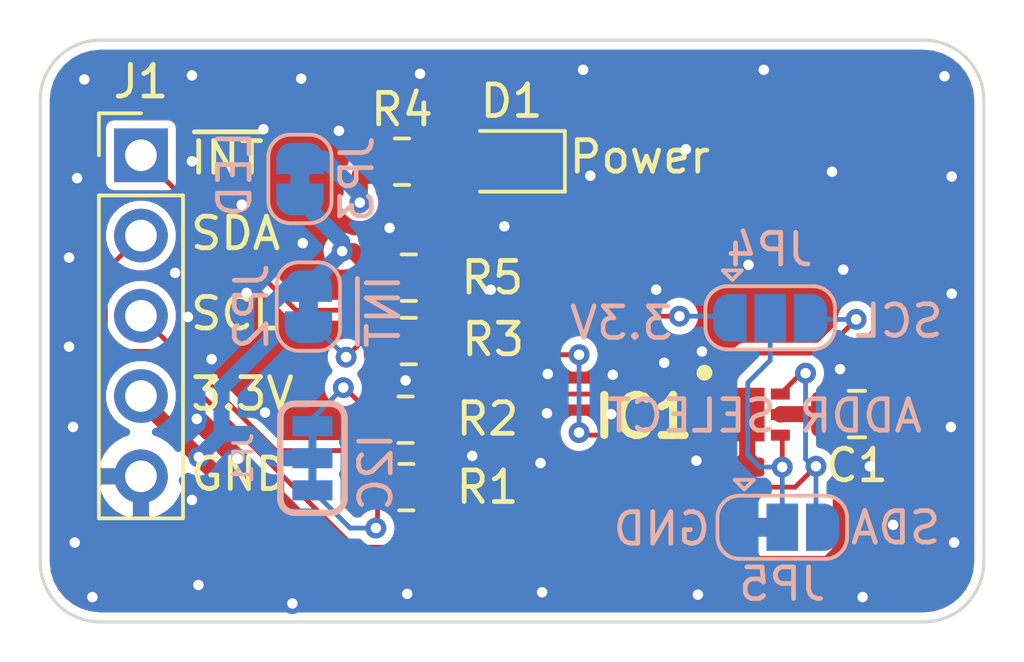
<source format=kicad_pcb>
(kicad_pcb (version 20171130) (host pcbnew "(5.1.8)-1")

  (general
    (thickness 1.6)
    (drawings 22)
    (tracks 177)
    (zones 0)
    (modules 14)
    (nets 13)
  )

  (page A4)
  (layers
    (0 F.Cu signal)
    (31 B.Cu signal)
    (32 B.Adhes user)
    (33 F.Adhes user)
    (34 B.Paste user)
    (35 F.Paste user)
    (36 B.SilkS user)
    (37 F.SilkS user)
    (38 B.Mask user)
    (39 F.Mask user)
    (40 Dwgs.User user)
    (41 Cmts.User user)
    (42 Eco1.User user)
    (43 Eco2.User user)
    (44 Edge.Cuts user)
    (45 Margin user)
    (46 B.CrtYd user)
    (47 F.CrtYd user)
    (48 B.Fab user hide)
    (49 F.Fab user hide)
  )

  (setup
    (last_trace_width 0.508)
    (user_trace_width 0.1524)
    (user_trace_width 0.1778)
    (user_trace_width 0.254)
    (user_trace_width 0.3048)
    (user_trace_width 0.381)
    (user_trace_width 0.508)
    (user_trace_width 0.635)
    (user_trace_width 0.889)
    (user_trace_width 1.016)
    (user_trace_width 1.27)
    (user_trace_width 1.905)
    (user_trace_width 2.54)
    (trace_clearance 0.2)
    (zone_clearance 0.254)
    (zone_45_only no)
    (trace_min 0.1)
    (via_size 0.8)
    (via_drill 0.4)
    (via_min_size 0.4)
    (via_min_drill 0.3)
    (user_via 0.6096 0.3048)
    (user_via 0.6604 0.3302)
    (user_via 0.889 0.381)
    (user_via 1.397 0.635)
    (uvia_size 0.3)
    (uvia_drill 0.1)
    (uvias_allowed no)
    (uvia_min_size 0.2)
    (uvia_min_drill 0.1)
    (edge_width 0.05)
    (segment_width 0.2)
    (pcb_text_width 0.3)
    (pcb_text_size 1.5 1.5)
    (mod_edge_width 0.12)
    (mod_text_size 1 1)
    (mod_text_width 0.15)
    (pad_size 1.524 1.524)
    (pad_drill 0.762)
    (pad_to_mask_clearance 0.051)
    (solder_mask_min_width 0.25)
    (aux_axis_origin 0 0)
    (visible_elements FFFFFF7F)
    (pcbplotparams
      (layerselection 0x010fc_ffffffff)
      (usegerberextensions false)
      (usegerberattributes true)
      (usegerberadvancedattributes true)
      (creategerberjobfile true)
      (excludeedgelayer true)
      (linewidth 0.100000)
      (plotframeref false)
      (viasonmask false)
      (mode 1)
      (useauxorigin false)
      (hpglpennumber 1)
      (hpglpenspeed 20)
      (hpglpendiameter 15.000000)
      (psnegative false)
      (psa4output false)
      (plotreference true)
      (plotvalue true)
      (plotinvisibletext false)
      (padsonsilk false)
      (subtractmaskfromsilk false)
      (outputformat 1)
      (mirror false)
      (drillshape 1)
      (scaleselection 1)
      (outputdirectory ""))
  )

  (net 0 "")
  (net 1 GND)
  (net 2 +3V3)
  (net 3 /SDA)
  (net 4 /ADDR)
  (net 5 /~INT)
  (net 6 /SCL)
  (net 7 "Net-(JP1-Pad3)")
  (net 8 "Net-(JP1-Pad1)")
  (net 9 "Net-(JP2-Pad2)")
  (net 10 "Net-(JP3-Pad2)")
  (net 11 "Net-(JP4-Pad1)")
  (net 12 "Net-(D1-Pad2)")

  (net_class Default "This is the default net class."
    (clearance 0.2)
    (trace_width 0.25)
    (via_dia 0.8)
    (via_drill 0.4)
    (uvia_dia 0.3)
    (uvia_drill 0.1)
    (add_net +3V3)
    (add_net /ADDR)
    (add_net /SCL)
    (add_net /SDA)
    (add_net /~INT)
    (add_net GND)
    (add_net "Net-(D1-Pad2)")
    (add_net "Net-(JP1-Pad1)")
    (add_net "Net-(JP1-Pad3)")
    (add_net "Net-(JP2-Pad2)")
    (add_net "Net-(JP3-Pad2)")
    (add_net "Net-(JP4-Pad1)")
  )

  (module Jumper:SolderJumper-3_P1.3mm_Bridged12_RoundedPad1.0x1.5mm (layer B.Cu) (tedit 5C745321) (tstamp 5FCE67F6)
    (at 161.8996 86.5378)
    (descr "SMD Solder 3-pad Jumper, 1x1.5mm rounded Pads, 0.3mm gap, pads 1-2 bridged with 1 copper strip")
    (tags "solder jumper open")
    (path /5FCF2D7B)
    (attr virtual)
    (fp_text reference JP5 (at 0 1.8) (layer B.SilkS)
      (effects (font (size 1 1) (thickness 0.15)) (justify mirror))
    )
    (fp_text value "ADDR Jumper 1" (at 0 -1.9) (layer B.Fab)
      (effects (font (size 1 1) (thickness 0.15)) (justify mirror))
    )
    (fp_arc (start -1.35 0.3) (end -1.35 1) (angle 90) (layer B.SilkS) (width 0.12))
    (fp_arc (start -1.35 -0.3) (end -2.05 -0.3) (angle 90) (layer B.SilkS) (width 0.12))
    (fp_arc (start 1.35 -0.3) (end 1.35 -1) (angle 90) (layer B.SilkS) (width 0.12))
    (fp_arc (start 1.35 0.3) (end 2.05 0.3) (angle 90) (layer B.SilkS) (width 0.12))
    (fp_line (start -1.2 -1.2) (end -0.9 -1.5) (layer B.SilkS) (width 0.12))
    (fp_line (start -1.5 -1.5) (end -0.9 -1.5) (layer B.SilkS) (width 0.12))
    (fp_line (start -1.2 -1.2) (end -1.5 -1.5) (layer B.SilkS) (width 0.12))
    (fp_line (start -2.05 -0.3) (end -2.05 0.3) (layer B.SilkS) (width 0.12))
    (fp_line (start 1.4 -1) (end -1.4 -1) (layer B.SilkS) (width 0.12))
    (fp_line (start 2.05 0.3) (end 2.05 -0.3) (layer B.SilkS) (width 0.12))
    (fp_line (start -1.4 1) (end 1.4 1) (layer B.SilkS) (width 0.12))
    (fp_line (start -2.3 1.25) (end 2.3 1.25) (layer B.CrtYd) (width 0.05))
    (fp_line (start -2.3 1.25) (end -2.3 -1.25) (layer B.CrtYd) (width 0.05))
    (fp_line (start 2.3 -1.25) (end 2.3 1.25) (layer B.CrtYd) (width 0.05))
    (fp_line (start 2.3 -1.25) (end -2.3 -1.25) (layer B.CrtYd) (width 0.05))
    (fp_poly (pts (xy -0.9 0.3) (xy -0.4 0.3) (xy -0.4 -0.3) (xy -0.9 -0.3)) (layer B.Cu) (width 0))
    (pad 1 smd custom (at -1.3 0) (size 1 0.5) (layers B.Cu B.Mask)
      (net 1 GND) (zone_connect 2)
      (options (clearance outline) (anchor rect))
      (primitives
        (gr_circle (center 0 -0.25) (end 0.5 -0.25) (width 0))
        (gr_circle (center 0 0.25) (end 0.5 0.25) (width 0))
        (gr_poly (pts
           (xy 0.55 0.75) (xy 0 0.75) (xy 0 -0.75) (xy 0.55 -0.75)) (width 0))
      ))
    (pad 2 smd rect (at 0 0) (size 1 1.5) (layers B.Cu B.Mask)
      (net 4 /ADDR))
    (pad 3 smd custom (at 1.3 0) (size 1 0.5) (layers B.Cu B.Mask)
      (net 3 /SDA) (zone_connect 2)
      (options (clearance outline) (anchor rect))
      (primitives
        (gr_circle (center 0 -0.25) (end 0.5 -0.25) (width 0))
        (gr_circle (center 0 0.25) (end 0.5 0.25) (width 0))
        (gr_poly (pts
           (xy -0.55 0.75) (xy 0 0.75) (xy 0 -0.75) (xy -0.55 -0.75)) (width 0))
      ))
  )

  (module LED_SMD:LED_0805_2012Metric (layer F.Cu) (tedit 5F68FEF1) (tstamp 5FCE57D9)
    (at 153.3398 74.9554 180)
    (descr "LED SMD 0805 (2012 Metric), square (rectangular) end terminal, IPC_7351 nominal, (Body size source: https://docs.google.com/spreadsheets/d/1BsfQQcO9C6DZCsRaXUlFlo91Tg2WpOkGARC1WS5S8t0/edit?usp=sharing), generated with kicad-footprint-generator")
    (tags LED)
    (path /5FD0AE2F)
    (attr smd)
    (fp_text reference D1 (at 0 1.905) (layer F.SilkS)
      (effects (font (size 1 1) (thickness 0.15)))
    )
    (fp_text value LED (at 0 1.65) (layer F.Fab)
      (effects (font (size 1 1) (thickness 0.15)))
    )
    (fp_text user %R (at 0 0) (layer F.Fab)
      (effects (font (size 0.5 0.5) (thickness 0.08)))
    )
    (fp_line (start 1 -0.6) (end -0.7 -0.6) (layer F.Fab) (width 0.1))
    (fp_line (start -0.7 -0.6) (end -1 -0.3) (layer F.Fab) (width 0.1))
    (fp_line (start -1 -0.3) (end -1 0.6) (layer F.Fab) (width 0.1))
    (fp_line (start -1 0.6) (end 1 0.6) (layer F.Fab) (width 0.1))
    (fp_line (start 1 0.6) (end 1 -0.6) (layer F.Fab) (width 0.1))
    (fp_line (start 1 -0.96) (end -1.685 -0.96) (layer F.SilkS) (width 0.12))
    (fp_line (start -1.685 -0.96) (end -1.685 0.96) (layer F.SilkS) (width 0.12))
    (fp_line (start -1.685 0.96) (end 1 0.96) (layer F.SilkS) (width 0.12))
    (fp_line (start -1.68 0.95) (end -1.68 -0.95) (layer F.CrtYd) (width 0.05))
    (fp_line (start -1.68 -0.95) (end 1.68 -0.95) (layer F.CrtYd) (width 0.05))
    (fp_line (start 1.68 -0.95) (end 1.68 0.95) (layer F.CrtYd) (width 0.05))
    (fp_line (start 1.68 0.95) (end -1.68 0.95) (layer F.CrtYd) (width 0.05))
    (pad 2 smd roundrect (at 0.9375 0 180) (size 0.975 1.4) (layers F.Cu F.Paste F.Mask) (roundrect_rratio 0.25)
      (net 12 "Net-(D1-Pad2)"))
    (pad 1 smd roundrect (at -0.9375 0 180) (size 0.975 1.4) (layers F.Cu F.Paste F.Mask) (roundrect_rratio 0.25)
      (net 1 GND))
    (model ${KISYS3DMOD}/LED_SMD.3dshapes/LED_0805_2012Metric.wrl
      (at (xyz 0 0 0))
      (scale (xyz 1 1 1))
      (rotate (xyz 0 0 0))
    )
  )

  (module Resistor_SMD:R_0805_2012Metric (layer F.Cu) (tedit 5F68FEEE) (tstamp 5FCE5402)
    (at 150.0886 78.6384)
    (descr "Resistor SMD 0805 (2012 Metric), square (rectangular) end terminal, IPC_7351 nominal, (Body size source: IPC-SM-782 page 72, https://www.pcb-3d.com/wordpress/wp-content/uploads/ipc-sm-782a_amendment_1_and_2.pdf), generated with kicad-footprint-generator")
    (tags resistor)
    (path /5FCFE785)
    (attr smd)
    (fp_text reference R5 (at 2.6416 0) (layer F.SilkS)
      (effects (font (size 1 1) (thickness 0.15)))
    )
    (fp_text value 10k (at 0 1.65) (layer F.Fab)
      (effects (font (size 1 1) (thickness 0.15)))
    )
    (fp_text user %R (at 0 0) (layer F.Fab)
      (effects (font (size 0.5 0.5) (thickness 0.08)))
    )
    (fp_line (start -1 0.625) (end -1 -0.625) (layer F.Fab) (width 0.1))
    (fp_line (start -1 -0.625) (end 1 -0.625) (layer F.Fab) (width 0.1))
    (fp_line (start 1 -0.625) (end 1 0.625) (layer F.Fab) (width 0.1))
    (fp_line (start 1 0.625) (end -1 0.625) (layer F.Fab) (width 0.1))
    (fp_line (start -0.227064 -0.735) (end 0.227064 -0.735) (layer F.SilkS) (width 0.12))
    (fp_line (start -0.227064 0.735) (end 0.227064 0.735) (layer F.SilkS) (width 0.12))
    (fp_line (start -1.68 0.95) (end -1.68 -0.95) (layer F.CrtYd) (width 0.05))
    (fp_line (start -1.68 -0.95) (end 1.68 -0.95) (layer F.CrtYd) (width 0.05))
    (fp_line (start 1.68 -0.95) (end 1.68 0.95) (layer F.CrtYd) (width 0.05))
    (fp_line (start 1.68 0.95) (end -1.68 0.95) (layer F.CrtYd) (width 0.05))
    (pad 2 smd roundrect (at 0.9125 0) (size 1.025 1.4) (layers F.Cu F.Paste F.Mask) (roundrect_rratio 0.243902)
      (net 11 "Net-(JP4-Pad1)"))
    (pad 1 smd roundrect (at -0.9125 0) (size 1.025 1.4) (layers F.Cu F.Paste F.Mask) (roundrect_rratio 0.243902)
      (net 2 +3V3))
    (model ${KISYS3DMOD}/Resistor_SMD.3dshapes/R_0805_2012Metric.wrl
      (at (xyz 0 0 0))
      (scale (xyz 1 1 1))
      (rotate (xyz 0 0 0))
    )
  )

  (module Resistor_SMD:R_0805_2012Metric (layer F.Cu) (tedit 5F68FEEE) (tstamp 5FCE53F1)
    (at 149.8727 74.9681)
    (descr "Resistor SMD 0805 (2012 Metric), square (rectangular) end terminal, IPC_7351 nominal, (Body size source: IPC-SM-782 page 72, https://www.pcb-3d.com/wordpress/wp-content/uploads/ipc-sm-782a_amendment_1_and_2.pdf), generated with kicad-footprint-generator")
    (tags resistor)
    (path /5FD0A42C)
    (attr smd)
    (fp_text reference R4 (at 0 -1.65) (layer F.SilkS)
      (effects (font (size 1 1) (thickness 0.15)))
    )
    (fp_text value 10k (at 0 1.65) (layer F.Fab)
      (effects (font (size 1 1) (thickness 0.15)))
    )
    (fp_text user %R (at 0 0) (layer F.Fab)
      (effects (font (size 0.5 0.5) (thickness 0.08)))
    )
    (fp_line (start -1 0.625) (end -1 -0.625) (layer F.Fab) (width 0.1))
    (fp_line (start -1 -0.625) (end 1 -0.625) (layer F.Fab) (width 0.1))
    (fp_line (start 1 -0.625) (end 1 0.625) (layer F.Fab) (width 0.1))
    (fp_line (start 1 0.625) (end -1 0.625) (layer F.Fab) (width 0.1))
    (fp_line (start -0.227064 -0.735) (end 0.227064 -0.735) (layer F.SilkS) (width 0.12))
    (fp_line (start -0.227064 0.735) (end 0.227064 0.735) (layer F.SilkS) (width 0.12))
    (fp_line (start -1.68 0.95) (end -1.68 -0.95) (layer F.CrtYd) (width 0.05))
    (fp_line (start -1.68 -0.95) (end 1.68 -0.95) (layer F.CrtYd) (width 0.05))
    (fp_line (start 1.68 -0.95) (end 1.68 0.95) (layer F.CrtYd) (width 0.05))
    (fp_line (start 1.68 0.95) (end -1.68 0.95) (layer F.CrtYd) (width 0.05))
    (pad 2 smd roundrect (at 0.9125 0) (size 1.025 1.4) (layers F.Cu F.Paste F.Mask) (roundrect_rratio 0.243902)
      (net 12 "Net-(D1-Pad2)"))
    (pad 1 smd roundrect (at -0.9125 0) (size 1.025 1.4) (layers F.Cu F.Paste F.Mask) (roundrect_rratio 0.243902)
      (net 10 "Net-(JP3-Pad2)"))
    (model ${KISYS3DMOD}/Resistor_SMD.3dshapes/R_0805_2012Metric.wrl
      (at (xyz 0 0 0))
      (scale (xyz 1 1 1))
      (rotate (xyz 0 0 0))
    )
  )

  (module Resistor_SMD:R_0805_2012Metric (layer F.Cu) (tedit 5F68FEEE) (tstamp 5FCE53E0)
    (at 150.0886 80.645)
    (descr "Resistor SMD 0805 (2012 Metric), square (rectangular) end terminal, IPC_7351 nominal, (Body size source: IPC-SM-782 page 72, https://www.pcb-3d.com/wordpress/wp-content/uploads/ipc-sm-782a_amendment_1_and_2.pdf), generated with kicad-footprint-generator")
    (tags resistor)
    (path /5FCE6D50)
    (attr smd)
    (fp_text reference R3 (at 2.667 -0.0508) (layer F.SilkS)
      (effects (font (size 1 1) (thickness 0.15)))
    )
    (fp_text value 10k (at 0 1.65) (layer F.Fab)
      (effects (font (size 1 1) (thickness 0.15)))
    )
    (fp_text user %R (at 0 0) (layer F.Fab)
      (effects (font (size 0.5 0.5) (thickness 0.08)))
    )
    (fp_line (start -1 0.625) (end -1 -0.625) (layer F.Fab) (width 0.1))
    (fp_line (start -1 -0.625) (end 1 -0.625) (layer F.Fab) (width 0.1))
    (fp_line (start 1 -0.625) (end 1 0.625) (layer F.Fab) (width 0.1))
    (fp_line (start 1 0.625) (end -1 0.625) (layer F.Fab) (width 0.1))
    (fp_line (start -0.227064 -0.735) (end 0.227064 -0.735) (layer F.SilkS) (width 0.12))
    (fp_line (start -0.227064 0.735) (end 0.227064 0.735) (layer F.SilkS) (width 0.12))
    (fp_line (start -1.68 0.95) (end -1.68 -0.95) (layer F.CrtYd) (width 0.05))
    (fp_line (start -1.68 -0.95) (end 1.68 -0.95) (layer F.CrtYd) (width 0.05))
    (fp_line (start 1.68 -0.95) (end 1.68 0.95) (layer F.CrtYd) (width 0.05))
    (fp_line (start 1.68 0.95) (end -1.68 0.95) (layer F.CrtYd) (width 0.05))
    (pad 2 smd roundrect (at 0.9125 0) (size 1.025 1.4) (layers F.Cu F.Paste F.Mask) (roundrect_rratio 0.243902)
      (net 5 /~INT))
    (pad 1 smd roundrect (at -0.9125 0) (size 1.025 1.4) (layers F.Cu F.Paste F.Mask) (roundrect_rratio 0.243902)
      (net 9 "Net-(JP2-Pad2)"))
    (model ${KISYS3DMOD}/Resistor_SMD.3dshapes/R_0805_2012Metric.wrl
      (at (xyz 0 0 0))
      (scale (xyz 1 1 1))
      (rotate (xyz 0 0 0))
    )
  )

  (module Resistor_SMD:R_0805_2012Metric (layer F.Cu) (tedit 5F68FEEE) (tstamp 5FCE53CF)
    (at 149.987 83.1342)
    (descr "Resistor SMD 0805 (2012 Metric), square (rectangular) end terminal, IPC_7351 nominal, (Body size source: IPC-SM-782 page 72, https://www.pcb-3d.com/wordpress/wp-content/uploads/ipc-sm-782a_amendment_1_and_2.pdf), generated with kicad-footprint-generator")
    (tags resistor)
    (path /5FCE749B)
    (attr smd)
    (fp_text reference R2 (at 2.5908 -0.0254) (layer F.SilkS)
      (effects (font (size 1 1) (thickness 0.15)))
    )
    (fp_text value 2.2k (at 0 1.65) (layer F.Fab)
      (effects (font (size 1 1) (thickness 0.15)))
    )
    (fp_text user %R (at 0 0) (layer F.Fab)
      (effects (font (size 0.5 0.5) (thickness 0.08)))
    )
    (fp_line (start -1 0.625) (end -1 -0.625) (layer F.Fab) (width 0.1))
    (fp_line (start -1 -0.625) (end 1 -0.625) (layer F.Fab) (width 0.1))
    (fp_line (start 1 -0.625) (end 1 0.625) (layer F.Fab) (width 0.1))
    (fp_line (start 1 0.625) (end -1 0.625) (layer F.Fab) (width 0.1))
    (fp_line (start -0.227064 -0.735) (end 0.227064 -0.735) (layer F.SilkS) (width 0.12))
    (fp_line (start -0.227064 0.735) (end 0.227064 0.735) (layer F.SilkS) (width 0.12))
    (fp_line (start -1.68 0.95) (end -1.68 -0.95) (layer F.CrtYd) (width 0.05))
    (fp_line (start -1.68 -0.95) (end 1.68 -0.95) (layer F.CrtYd) (width 0.05))
    (fp_line (start 1.68 -0.95) (end 1.68 0.95) (layer F.CrtYd) (width 0.05))
    (fp_line (start 1.68 0.95) (end -1.68 0.95) (layer F.CrtYd) (width 0.05))
    (pad 2 smd roundrect (at 0.9125 0) (size 1.025 1.4) (layers F.Cu F.Paste F.Mask) (roundrect_rratio 0.243902)
      (net 6 /SCL))
    (pad 1 smd roundrect (at -0.9125 0) (size 1.025 1.4) (layers F.Cu F.Paste F.Mask) (roundrect_rratio 0.243902)
      (net 8 "Net-(JP1-Pad1)"))
    (model ${KISYS3DMOD}/Resistor_SMD.3dshapes/R_0805_2012Metric.wrl
      (at (xyz 0 0 0))
      (scale (xyz 1 1 1))
      (rotate (xyz 0 0 0))
    )
  )

  (module Resistor_SMD:R_0805_2012Metric (layer F.Cu) (tedit 5F68FEEE) (tstamp 5FCE53BE)
    (at 150.0124 85.2678)
    (descr "Resistor SMD 0805 (2012 Metric), square (rectangular) end terminal, IPC_7351 nominal, (Body size source: IPC-SM-782 page 72, https://www.pcb-3d.com/wordpress/wp-content/uploads/ipc-sm-782a_amendment_1_and_2.pdf), generated with kicad-footprint-generator")
    (tags resistor)
    (path /5FCE78F7)
    (attr smd)
    (fp_text reference R1 (at 2.5654 0) (layer F.SilkS)
      (effects (font (size 1 1) (thickness 0.15)))
    )
    (fp_text value 2.2k (at 0 1.65) (layer F.Fab)
      (effects (font (size 1 1) (thickness 0.15)))
    )
    (fp_text user %R (at 0 0) (layer F.Fab)
      (effects (font (size 0.5 0.5) (thickness 0.08)))
    )
    (fp_line (start -1 0.625) (end -1 -0.625) (layer F.Fab) (width 0.1))
    (fp_line (start -1 -0.625) (end 1 -0.625) (layer F.Fab) (width 0.1))
    (fp_line (start 1 -0.625) (end 1 0.625) (layer F.Fab) (width 0.1))
    (fp_line (start 1 0.625) (end -1 0.625) (layer F.Fab) (width 0.1))
    (fp_line (start -0.227064 -0.735) (end 0.227064 -0.735) (layer F.SilkS) (width 0.12))
    (fp_line (start -0.227064 0.735) (end 0.227064 0.735) (layer F.SilkS) (width 0.12))
    (fp_line (start -1.68 0.95) (end -1.68 -0.95) (layer F.CrtYd) (width 0.05))
    (fp_line (start -1.68 -0.95) (end 1.68 -0.95) (layer F.CrtYd) (width 0.05))
    (fp_line (start 1.68 -0.95) (end 1.68 0.95) (layer F.CrtYd) (width 0.05))
    (fp_line (start 1.68 0.95) (end -1.68 0.95) (layer F.CrtYd) (width 0.05))
    (pad 2 smd roundrect (at 0.9125 0) (size 1.025 1.4) (layers F.Cu F.Paste F.Mask) (roundrect_rratio 0.243902)
      (net 3 /SDA))
    (pad 1 smd roundrect (at -0.9125 0) (size 1.025 1.4) (layers F.Cu F.Paste F.Mask) (roundrect_rratio 0.243902)
      (net 7 "Net-(JP1-Pad3)"))
    (model ${KISYS3DMOD}/Resistor_SMD.3dshapes/R_0805_2012Metric.wrl
      (at (xyz 0 0 0))
      (scale (xyz 1 1 1))
      (rotate (xyz 0 0 0))
    )
  )

  (module Jumper:SolderJumper-3_P1.3mm_Open_RoundedPad1.0x1.5mm (layer B.Cu) (tedit 5B391EB7) (tstamp 5FCE5397)
    (at 161.5186 79.9084)
    (descr "SMD Solder 3-pad Jumper, 1x1.5mm rounded Pads, 0.3mm gap, open")
    (tags "solder jumper open")
    (path /5FCF34FC)
    (attr virtual)
    (fp_text reference JP4 (at -0.0254 -2.159) (layer B.SilkS)
      (effects (font (size 1 1) (thickness 0.15)) (justify mirror))
    )
    (fp_text value "ADDR Jumper 2" (at 0 -1.9) (layer B.Fab)
      (effects (font (size 1 1) (thickness 0.15)) (justify mirror))
    )
    (fp_arc (start -1.35 0.3) (end -1.35 1) (angle 90) (layer B.SilkS) (width 0.12))
    (fp_arc (start -1.35 -0.3) (end -2.05 -0.3) (angle 90) (layer B.SilkS) (width 0.12))
    (fp_arc (start 1.35 -0.3) (end 1.35 -1) (angle 90) (layer B.SilkS) (width 0.12))
    (fp_arc (start 1.35 0.3) (end 2.05 0.3) (angle 90) (layer B.SilkS) (width 0.12))
    (fp_line (start -1.2 -1.2) (end -0.9 -1.5) (layer B.SilkS) (width 0.12))
    (fp_line (start -1.5 -1.5) (end -0.9 -1.5) (layer B.SilkS) (width 0.12))
    (fp_line (start -1.2 -1.2) (end -1.5 -1.5) (layer B.SilkS) (width 0.12))
    (fp_line (start -2.05 -0.3) (end -2.05 0.3) (layer B.SilkS) (width 0.12))
    (fp_line (start 1.4 -1) (end -1.4 -1) (layer B.SilkS) (width 0.12))
    (fp_line (start 2.05 0.3) (end 2.05 -0.3) (layer B.SilkS) (width 0.12))
    (fp_line (start -1.4 1) (end 1.4 1) (layer B.SilkS) (width 0.12))
    (fp_line (start -2.3 1.25) (end 2.3 1.25) (layer B.CrtYd) (width 0.05))
    (fp_line (start -2.3 1.25) (end -2.3 -1.25) (layer B.CrtYd) (width 0.05))
    (fp_line (start 2.3 -1.25) (end 2.3 1.25) (layer B.CrtYd) (width 0.05))
    (fp_line (start 2.3 -1.25) (end -2.3 -1.25) (layer B.CrtYd) (width 0.05))
    (pad 2 smd rect (at 0 0) (size 1 1.5) (layers B.Cu B.Mask)
      (net 4 /ADDR))
    (pad 3 smd custom (at 1.3 0) (size 1 0.5) (layers B.Cu B.Mask)
      (net 6 /SCL) (zone_connect 2)
      (options (clearance outline) (anchor rect))
      (primitives
        (gr_circle (center 0 -0.25) (end 0.5 -0.25) (width 0))
        (gr_circle (center 0 0.25) (end 0.5 0.25) (width 0))
        (gr_poly (pts
           (xy -0.55 0.75) (xy 0 0.75) (xy 0 -0.75) (xy -0.55 -0.75)) (width 0))
      ))
    (pad 1 smd custom (at -1.3 0) (size 1 0.5) (layers B.Cu B.Mask)
      (net 11 "Net-(JP4-Pad1)") (zone_connect 2)
      (options (clearance outline) (anchor rect))
      (primitives
        (gr_circle (center 0 -0.25) (end 0.5 -0.25) (width 0))
        (gr_circle (center 0 0.25) (end 0.5 0.25) (width 0))
        (gr_poly (pts
           (xy 0.55 0.75) (xy 0 0.75) (xy 0 -0.75) (xy 0.55 -0.75)) (width 0))
      ))
  )

  (module Jumper:SolderJumper-2_P1.3mm_Bridged_RoundedPad1.0x1.5mm (layer B.Cu) (tedit 5C745284) (tstamp 5FCE5381)
    (at 146.6469 75.5142 90)
    (descr "SMD Solder Jumper, 1x1.5mm, rounded Pads, 0.3mm gap, bridged with 1 copper strip")
    (tags "solder jumper open")
    (path /5FD0ED46)
    (attr virtual)
    (fp_text reference JP3 (at 0 1.8 90) (layer B.SilkS)
      (effects (font (size 1 1) (thickness 0.15)) (justify mirror))
    )
    (fp_text value "LED Jumper" (at 0 -1.9 90) (layer B.Fab)
      (effects (font (size 1 1) (thickness 0.15)) (justify mirror))
    )
    (fp_arc (start -0.7 0.3) (end -0.7 1) (angle 90) (layer B.SilkS) (width 0.12))
    (fp_arc (start -0.7 -0.3) (end -1.4 -0.3) (angle 90) (layer B.SilkS) (width 0.12))
    (fp_arc (start 0.7 -0.3) (end 0.7 -1) (angle 90) (layer B.SilkS) (width 0.12))
    (fp_arc (start 0.7 0.3) (end 1.4 0.3) (angle 90) (layer B.SilkS) (width 0.12))
    (fp_line (start -1.4 -0.3) (end -1.4 0.3) (layer B.SilkS) (width 0.12))
    (fp_line (start 0.7 -1) (end -0.7 -1) (layer B.SilkS) (width 0.12))
    (fp_line (start 1.4 0.3) (end 1.4 -0.3) (layer B.SilkS) (width 0.12))
    (fp_line (start -0.7 1) (end 0.7 1) (layer B.SilkS) (width 0.12))
    (fp_line (start -1.65 1.25) (end 1.65 1.25) (layer B.CrtYd) (width 0.05))
    (fp_line (start -1.65 1.25) (end -1.65 -1.25) (layer B.CrtYd) (width 0.05))
    (fp_line (start 1.65 -1.25) (end 1.65 1.25) (layer B.CrtYd) (width 0.05))
    (fp_line (start 1.65 -1.25) (end -1.65 -1.25) (layer B.CrtYd) (width 0.05))
    (fp_poly (pts (xy 0.25 0.3) (xy -0.25 0.3) (xy -0.25 -0.3) (xy 0.25 -0.3)) (layer B.Cu) (width 0))
    (pad 1 smd custom (at -0.65 0 90) (size 1 0.5) (layers B.Cu B.Mask)
      (net 2 +3V3) (zone_connect 2)
      (options (clearance outline) (anchor rect))
      (primitives
        (gr_circle (center 0 -0.25) (end 0.5 -0.25) (width 0))
        (gr_circle (center 0 0.25) (end 0.5 0.25) (width 0))
        (gr_poly (pts
           (xy 0 0.75) (xy 0.5 0.75) (xy 0.5 -0.75) (xy 0 -0.75)) (width 0))
      ))
    (pad 2 smd custom (at 0.65 0 90) (size 1 0.5) (layers B.Cu B.Mask)
      (net 10 "Net-(JP3-Pad2)") (zone_connect 2)
      (options (clearance outline) (anchor rect))
      (primitives
        (gr_circle (center 0 -0.25) (end 0.5 -0.25) (width 0))
        (gr_circle (center 0 0.25) (end 0.5 0.25) (width 0))
        (gr_poly (pts
           (xy 0 0.75) (xy -0.5 0.75) (xy -0.5 -0.75) (xy 0 -0.75)) (width 0))
      ))
  )

  (module Jumper:SolderJumper-2_P1.3mm_Bridged_RoundedPad1.0x1.5mm (layer B.Cu) (tedit 5C745284) (tstamp 5FCE536E)
    (at 146.9136 79.5528 270)
    (descr "SMD Solder Jumper, 1x1.5mm, rounded Pads, 0.3mm gap, bridged with 1 copper strip")
    (tags "solder jumper open")
    (path /5FCE7E33)
    (attr virtual)
    (fp_text reference JP2 (at 0 1.8 90) (layer B.SilkS)
      (effects (font (size 1 1) (thickness 0.15)) (justify mirror))
    )
    (fp_text value "~INT~ Jumper" (at 0 -1.9 90) (layer B.Fab)
      (effects (font (size 1 1) (thickness 0.15)) (justify mirror))
    )
    (fp_arc (start -0.7 0.3) (end -0.7 1) (angle 90) (layer B.SilkS) (width 0.12))
    (fp_arc (start -0.7 -0.3) (end -1.4 -0.3) (angle 90) (layer B.SilkS) (width 0.12))
    (fp_arc (start 0.7 -0.3) (end 0.7 -1) (angle 90) (layer B.SilkS) (width 0.12))
    (fp_arc (start 0.7 0.3) (end 1.4 0.3) (angle 90) (layer B.SilkS) (width 0.12))
    (fp_line (start -1.4 -0.3) (end -1.4 0.3) (layer B.SilkS) (width 0.12))
    (fp_line (start 0.7 -1) (end -0.7 -1) (layer B.SilkS) (width 0.12))
    (fp_line (start 1.4 0.3) (end 1.4 -0.3) (layer B.SilkS) (width 0.12))
    (fp_line (start -0.7 1) (end 0.7 1) (layer B.SilkS) (width 0.12))
    (fp_line (start -1.65 1.25) (end 1.65 1.25) (layer B.CrtYd) (width 0.05))
    (fp_line (start -1.65 1.25) (end -1.65 -1.25) (layer B.CrtYd) (width 0.05))
    (fp_line (start 1.65 -1.25) (end 1.65 1.25) (layer B.CrtYd) (width 0.05))
    (fp_line (start 1.65 -1.25) (end -1.65 -1.25) (layer B.CrtYd) (width 0.05))
    (fp_poly (pts (xy 0.25 0.3) (xy -0.25 0.3) (xy -0.25 -0.3) (xy 0.25 -0.3)) (layer B.Cu) (width 0))
    (pad 1 smd custom (at -0.65 0 270) (size 1 0.5) (layers B.Cu B.Mask)
      (net 2 +3V3) (zone_connect 2)
      (options (clearance outline) (anchor rect))
      (primitives
        (gr_circle (center 0 -0.25) (end 0.5 -0.25) (width 0))
        (gr_circle (center 0 0.25) (end 0.5 0.25) (width 0))
        (gr_poly (pts
           (xy 0 0.75) (xy 0.5 0.75) (xy 0.5 -0.75) (xy 0 -0.75)) (width 0))
      ))
    (pad 2 smd custom (at 0.65 0 270) (size 1 0.5) (layers B.Cu B.Mask)
      (net 9 "Net-(JP2-Pad2)") (zone_connect 2)
      (options (clearance outline) (anchor rect))
      (primitives
        (gr_circle (center 0 -0.25) (end 0.5 -0.25) (width 0))
        (gr_circle (center 0 0.25) (end 0.5 0.25) (width 0))
        (gr_poly (pts
           (xy 0 0.75) (xy -0.5 0.75) (xy -0.5 -0.75) (xy 0 -0.75)) (width 0))
      ))
  )

  (module Jumper:SMT-JUMPER_3_2-NC_TRACE_SILK (layer B.Cu) (tedit 0) (tstamp 5FCE535B)
    (at 147.0406 84.3534 270)
    (path /5FCECDEF)
    (fp_text reference JP1 (at 0 1.8542 270) (layer B.SilkS)
      (effects (font (size 0.57912 0.57912) (thickness 0.115824)) (justify bottom mirror))
    )
    (fp_text value "I2C Jumper" (at 0 -1.143 270) (layer B.Fab)
      (effects (font (size 0.57912 0.57912) (thickness 0.115824)) (justify top mirror))
    )
    (fp_arc (start 1.27 -0.5588) (end 1.27 -1.016) (angle 90) (layer B.SilkS) (width 0.2032))
    (fp_arc (start -1.27 -0.5588) (end -1.7272 -0.5588) (angle 90) (layer B.SilkS) (width 0.2032))
    (fp_arc (start -1.27 0.5588) (end -1.7272 0.5588) (angle -90) (layer B.SilkS) (width 0.2032))
    (fp_arc (start 1.27 0.5588) (end 1.27 1.016) (angle -90) (layer B.SilkS) (width 0.2032))
    (fp_line (start 1.27 -1.016) (end -1.27 -1.016) (layer B.SilkS) (width 0.2032))
    (fp_line (start 1.7272 -0.5588) (end 1.7272 0.5588) (layer B.SilkS) (width 0.2032))
    (fp_line (start -1.7272 -0.5588) (end -1.7272 0.5588) (layer B.SilkS) (width 0.2032))
    (fp_line (start -1.27 1.016) (end 1.27 1.016) (layer B.SilkS) (width 0.2032))
    (fp_poly (pts (xy -0.6985 0.127) (xy 0.6985 0.127) (xy 0.6985 -0.127) (xy -0.6985 -0.127)) (layer B.Mask) (width 0))
    (fp_poly (pts (xy 0.3048 -0.127) (xy 0.7112 -0.127) (xy 0.7112 0.127) (xy 0.3048 0.127)) (layer B.Cu) (width 0))
    (fp_poly (pts (xy -0.7112 -0.127) (xy -0.3048 -0.127) (xy -0.3048 0.127) (xy -0.7112 0.127)) (layer B.Cu) (width 0))
    (pad 3 smd rect (at 1.016 0 270) (size 0.635 1.27) (layers B.Cu B.Mask)
      (net 7 "Net-(JP1-Pad3)") (solder_mask_margin 0.1016))
    (pad 2 smd rect (at 0 0 270) (size 0.635 1.27) (layers B.Cu B.Mask)
      (net 2 +3V3) (solder_mask_margin 0.1016))
    (pad 1 smd rect (at -1.016 0 270) (size 0.635 1.27) (layers B.Cu B.Mask)
      (net 8 "Net-(JP1-Pad1)") (solder_mask_margin 0.1016))
  )

  (module Connector_PinHeader_2.54mm:PinHeader_1x05_P2.54mm_Vertical (layer F.Cu) (tedit 59FED5CC) (tstamp 5FCE5349)
    (at 141.6177 74.7649)
    (descr "Through hole straight pin header, 1x05, 2.54mm pitch, single row")
    (tags "Through hole pin header THT 1x05 2.54mm single row")
    (path /5FD12836)
    (fp_text reference J1 (at 0 -2.33) (layer F.SilkS)
      (effects (font (size 1 1) (thickness 0.15)))
    )
    (fp_text value Conn_01x05 (at 0 12.49) (layer F.Fab)
      (effects (font (size 1 1) (thickness 0.15)))
    )
    (fp_text user %R (at 0 5.08 90) (layer F.Fab)
      (effects (font (size 1 1) (thickness 0.15)))
    )
    (fp_line (start -0.635 -1.27) (end 1.27 -1.27) (layer F.Fab) (width 0.1))
    (fp_line (start 1.27 -1.27) (end 1.27 11.43) (layer F.Fab) (width 0.1))
    (fp_line (start 1.27 11.43) (end -1.27 11.43) (layer F.Fab) (width 0.1))
    (fp_line (start -1.27 11.43) (end -1.27 -0.635) (layer F.Fab) (width 0.1))
    (fp_line (start -1.27 -0.635) (end -0.635 -1.27) (layer F.Fab) (width 0.1))
    (fp_line (start -1.33 11.49) (end 1.33 11.49) (layer F.SilkS) (width 0.12))
    (fp_line (start -1.33 1.27) (end -1.33 11.49) (layer F.SilkS) (width 0.12))
    (fp_line (start 1.33 1.27) (end 1.33 11.49) (layer F.SilkS) (width 0.12))
    (fp_line (start -1.33 1.27) (end 1.33 1.27) (layer F.SilkS) (width 0.12))
    (fp_line (start -1.33 0) (end -1.33 -1.33) (layer F.SilkS) (width 0.12))
    (fp_line (start -1.33 -1.33) (end 0 -1.33) (layer F.SilkS) (width 0.12))
    (fp_line (start -1.8 -1.8) (end -1.8 11.95) (layer F.CrtYd) (width 0.05))
    (fp_line (start -1.8 11.95) (end 1.8 11.95) (layer F.CrtYd) (width 0.05))
    (fp_line (start 1.8 11.95) (end 1.8 -1.8) (layer F.CrtYd) (width 0.05))
    (fp_line (start 1.8 -1.8) (end -1.8 -1.8) (layer F.CrtYd) (width 0.05))
    (pad 5 thru_hole oval (at 0 10.16) (size 1.7 1.7) (drill 1) (layers *.Cu *.Mask)
      (net 1 GND))
    (pad 4 thru_hole oval (at 0 7.62) (size 1.7 1.7) (drill 1) (layers *.Cu *.Mask)
      (net 2 +3V3))
    (pad 3 thru_hole oval (at 0 5.08) (size 1.7 1.7) (drill 1) (layers *.Cu *.Mask)
      (net 6 /SCL))
    (pad 2 thru_hole oval (at 0 2.54) (size 1.7 1.7) (drill 1) (layers *.Cu *.Mask)
      (net 3 /SDA))
    (pad 1 thru_hole rect (at 0 0) (size 1.7 1.7) (drill 1) (layers *.Cu *.Mask)
      (net 5 /~INT))
    (model ${KISYS3DMOD}/Connector_PinHeader_2.54mm.3dshapes/PinHeader_1x05_P2.54mm_Vertical.wrl
      (offset (xyz 0 0 -1.5))
      (scale (xyz 1 1 1))
      (rotate (xyz 0 180 0))
    )
  )

  (module SamacSys_Parts:SON65P200X200X80-7N (layer F.Cu) (tedit 0) (tstamp 5FCE5330)
    (at 160.7898 82.9712)
    (descr TMP117AIDRVR-1)
    (tags "Integrated Circuit")
    (path /5FCE4C5B)
    (attr smd)
    (fp_text reference IC1 (at -3.27932 0.07156) (layer F.SilkS)
      (effects (font (size 1.27 1.27) (thickness 0.254)))
    )
    (fp_text value TMP117AIDRVR (at 0 0) (layer F.SilkS) hide
      (effects (font (size 1.27 1.27) (thickness 0.254)))
    )
    (fp_text user %R (at 0 0) (layer F.Fab)
      (effects (font (size 1.27 1.27) (thickness 0.254)))
    )
    (fp_line (start -1.6 -1.3) (end 1.6 -1.3) (layer F.CrtYd) (width 0.05))
    (fp_line (start 1.6 -1.3) (end 1.6 1.3) (layer F.CrtYd) (width 0.05))
    (fp_line (start 1.6 1.3) (end -1.6 1.3) (layer F.CrtYd) (width 0.05))
    (fp_line (start -1.6 1.3) (end -1.6 -1.3) (layer F.CrtYd) (width 0.05))
    (fp_line (start -1 -1) (end 1 -1) (layer F.Fab) (width 0.1))
    (fp_line (start 1 -1) (end 1 1) (layer F.Fab) (width 0.1))
    (fp_line (start 1 1) (end -1 1) (layer F.Fab) (width 0.1))
    (fp_line (start -1 1) (end -1 -1) (layer F.Fab) (width 0.1))
    (fp_line (start -1 -0.5) (end -0.5 -1) (layer F.Fab) (width 0.1))
    (fp_circle (center -1.35 -1.325) (end -1.35 -1.2) (layer F.SilkS) (width 0.25))
    (pad 7 smd rect (at 0 0) (size 1.1 1.7) (layers F.Cu F.Paste F.Mask)
      (net 1 GND))
    (pad 6 smd rect (at 1.05 -0.65 90) (size 0.35 0.6) (layers F.Cu F.Paste F.Mask)
      (net 3 /SDA))
    (pad 5 smd rect (at 1.05 0 90) (size 0.35 0.6) (layers F.Cu F.Paste F.Mask)
      (net 2 +3V3))
    (pad 4 smd rect (at 1.05 0.65 90) (size 0.35 0.6) (layers F.Cu F.Paste F.Mask)
      (net 4 /ADDR))
    (pad 3 smd rect (at -1.05 0.65 90) (size 0.35 0.6) (layers F.Cu F.Paste F.Mask)
      (net 5 /~INT))
    (pad 2 smd rect (at -1.05 0 90) (size 0.35 0.6) (layers F.Cu F.Paste F.Mask)
      (net 1 GND))
    (pad 1 smd rect (at -1.05 -0.65 90) (size 0.35 0.6) (layers F.Cu F.Paste F.Mask)
      (net 6 /SCL))
    (model "D:\\AveryW\\Assorted Programs\\KiCad\\SamacSys_Parts.3dshapes\\TMP117AIDRVR.stp"
      (at (xyz 0 0 0))
      (scale (xyz 1 1 1))
      (rotate (xyz 0 0 0))
    )
  )

  (module Capacitor_SMD:C_0805_2012Metric (layer F.Cu) (tedit 5F68FEEE) (tstamp 5FCE531A)
    (at 164.2618 82.9564)
    (descr "Capacitor SMD 0805 (2012 Metric), square (rectangular) end terminal, IPC_7351 nominal, (Body size source: IPC-SM-782 page 76, https://www.pcb-3d.com/wordpress/wp-content/uploads/ipc-sm-782a_amendment_1_and_2.pdf, https://docs.google.com/spreadsheets/d/1BsfQQcO9C6DZCsRaXUlFlo91Tg2WpOkGARC1WS5S8t0/edit?usp=sharing), generated with kicad-footprint-generator")
    (tags capacitor)
    (path /5FCE53E0)
    (attr smd)
    (fp_text reference C1 (at 0 1.6256) (layer F.SilkS)
      (effects (font (size 1 1) (thickness 0.15)))
    )
    (fp_text value 0.1uF (at 0 1.68) (layer F.Fab)
      (effects (font (size 1 1) (thickness 0.15)))
    )
    (fp_text user %R (at 0 0) (layer F.Fab)
      (effects (font (size 0.5 0.5) (thickness 0.08)))
    )
    (fp_line (start -1 0.625) (end -1 -0.625) (layer F.Fab) (width 0.1))
    (fp_line (start -1 -0.625) (end 1 -0.625) (layer F.Fab) (width 0.1))
    (fp_line (start 1 -0.625) (end 1 0.625) (layer F.Fab) (width 0.1))
    (fp_line (start 1 0.625) (end -1 0.625) (layer F.Fab) (width 0.1))
    (fp_line (start -0.261252 -0.735) (end 0.261252 -0.735) (layer F.SilkS) (width 0.12))
    (fp_line (start -0.261252 0.735) (end 0.261252 0.735) (layer F.SilkS) (width 0.12))
    (fp_line (start -1.7 0.98) (end -1.7 -0.98) (layer F.CrtYd) (width 0.05))
    (fp_line (start -1.7 -0.98) (end 1.7 -0.98) (layer F.CrtYd) (width 0.05))
    (fp_line (start 1.7 -0.98) (end 1.7 0.98) (layer F.CrtYd) (width 0.05))
    (fp_line (start 1.7 0.98) (end -1.7 0.98) (layer F.CrtYd) (width 0.05))
    (pad 2 smd roundrect (at 0.95 0) (size 1 1.45) (layers F.Cu F.Paste F.Mask) (roundrect_rratio 0.25)
      (net 1 GND))
    (pad 1 smd roundrect (at -0.95 0) (size 1 1.45) (layers F.Cu F.Paste F.Mask) (roundrect_rratio 0.25)
      (net 2 +3V3))
    (model ${KISYS3DMOD}/Capacitor_SMD.3dshapes/C_0805_2012Metric.wrl
      (at (xyz 0 0 0))
      (scale (xyz 1 1 1))
      (rotate (xyz 0 0 0))
    )
  )

  (gr_text SDA (at 165.48608 86.55304) (layer B.SilkS)
    (effects (font (size 1 1) (thickness 0.15)) (justify mirror))
  )
  (gr_text GND (at 158.0896 86.5886) (layer B.SilkS)
    (effects (font (size 1 1) (thickness 0.15)) (justify mirror))
  )
  (gr_text 3.3V (at 156.80944 80.07604) (layer B.SilkS)
    (effects (font (size 1 1) (thickness 0.15)) (justify mirror))
  )
  (gr_text SCL (at 165.58768 80.01) (layer B.SilkS)
    (effects (font (size 1 1) (thickness 0.15)) (justify mirror))
  )
  (gr_text "ADDR SELECT" (at 161.33572 83.01228) (layer B.SilkS)
    (effects (font (size 1 1) (thickness 0.15)) (justify mirror))
  )
  (gr_text ~INT (at 149.28596 79.7052 90) (layer B.SilkS)
    (effects (font (size 1 1) (thickness 0.15)) (justify mirror))
  )
  (gr_text LED (at 144.58188 75.36688 90) (layer B.SilkS)
    (effects (font (size 1 1) (thickness 0.15)) (justify mirror))
  )
  (gr_text I2C (at 149.0472 84.79028 90) (layer B.SilkS)
    (effects (font (size 1 1) (thickness 0.15)) (justify mirror))
  )
  (gr_text Power (at 157.39364 74.81316) (layer F.SilkS)
    (effects (font (size 1 1) (thickness 0.15)))
  )
  (gr_text GND (at 144.729817 84.8574) (layer F.SilkS)
    (effects (font (size 1 1) (thickness 0.15)))
  )
  (gr_text 3.3V (at 144.825055 82.3174) (layer F.SilkS)
    (effects (font (size 1 1) (thickness 0.15)))
  )
  (gr_text SCL (at 144.58696 79.7774) (layer F.SilkS)
    (effects (font (size 1 1) (thickness 0.15)))
  )
  (gr_text SDA (at 144.61077 77.2374) (layer F.SilkS)
    (effects (font (size 1 1) (thickness 0.15)))
  )
  (gr_text ~INT (at 144.348865 74.8449) (layer F.SilkS)
    (effects (font (size 1 1) (thickness 0.15)))
  )
  (gr_arc (start 166.37 87.63) (end 166.37 89.535) (angle -90) (layer Edge.Cuts) (width 0.1) (tstamp 5FCE78E0))
  (gr_arc (start 140.335 87.63) (end 138.43 87.63) (angle -90) (layer Edge.Cuts) (width 0.1) (tstamp 5FCE78E0))
  (gr_arc (start 166.37 73.025) (end 168.275 73.025) (angle -90) (layer Edge.Cuts) (width 0.1) (tstamp 5FCE78E0))
  (gr_arc (start 140.335 73.025) (end 140.335 71.12) (angle -90) (layer Edge.Cuts) (width 0.1))
  (gr_line (start 168.275 73.025) (end 168.275 87.63) (layer Edge.Cuts) (width 0.1))
  (gr_line (start 140.335 71.12) (end 166.37 71.12) (layer Edge.Cuts) (width 0.1))
  (gr_line (start 138.43 87.63) (end 138.43 73.025) (layer Edge.Cuts) (width 0.1))
  (gr_line (start 166.37 89.535) (end 140.335 89.535) (layer Edge.Cuts) (width 0.1))

  (via (at 154.4828 81.6864) (size 0.6604) (drill 0.3302) (layers F.Cu B.Cu) (net 1))
  (via (at 156.5402 81.7118) (size 0.6604) (drill 0.3302) (layers F.Cu B.Cu) (net 1))
  (via (at 154.4574 82.931) (size 0.6604) (drill 0.3302) (layers F.Cu B.Cu) (net 1))
  (via (at 156.4894 82.9564) (size 0.6604) (drill 0.3302) (layers F.Cu B.Cu) (net 1))
  (segment (start 156.464 82.931) (end 156.4894 82.9564) (width 0.1524) (layer F.Cu) (net 1))
  (segment (start 154.4574 82.931) (end 156.464 82.931) (width 0.1524) (layer F.Cu) (net 1))
  (segment (start 156.5148 81.6864) (end 156.5402 81.7118) (width 0.1524) (layer F.Cu) (net 1))
  (segment (start 154.4828 81.6864) (end 156.5148 81.6864) (width 0.1524) (layer F.Cu) (net 1))
  (segment (start 159.725 82.9564) (end 159.7398 82.9712) (width 0.1524) (layer F.Cu) (net 1))
  (segment (start 156.4894 82.9564) (end 159.725 82.9564) (width 0.1524) (layer F.Cu) (net 1))
  (segment (start 159.7398 82.9712) (end 160.7898 82.9712) (width 0.1524) (layer F.Cu) (net 1))
  (via (at 143.383 83.1088) (size 0.6604) (drill 0.3302) (layers F.Cu B.Cu) (net 1))
  (via (at 144.6657 84.3661) (size 0.6604) (drill 0.3302) (layers F.Cu B.Cu) (net 1))
  (segment (start 143.4084 83.1088) (end 144.6657 84.3661) (width 0.508) (layer F.Cu) (net 1))
  (segment (start 143.383 83.1088) (end 143.4084 83.1088) (width 0.508) (layer F.Cu) (net 1))
  (via (at 145.542 82.9056) (size 0.6604) (drill 0.3302) (layers F.Cu B.Cu) (net 1))
  (via (at 143.8529 81.2165) (size 0.6604) (drill 0.3302) (layers F.Cu B.Cu) (net 1))
  (segment (start 143.8529 81.2165) (end 145.542 82.9056) (width 0.508) (layer F.Cu) (net 1))
  (via (at 144.9578 79.121) (size 0.6604) (drill 0.3302) (layers F.Cu B.Cu) (net 1))
  (via (at 143.1036 79.883) (size 0.6604) (drill 0.3302) (layers F.Cu B.Cu) (net 1))
  (via (at 142.6972 78.486) (size 0.6604) (drill 0.3302) (layers F.Cu B.Cu) (net 1))
  (via (at 143.2306 74.9554) (size 0.6604) (drill 0.3302) (layers F.Cu B.Cu) (net 1))
  (via (at 143.2306 72.2376) (size 0.6604) (drill 0.3302) (layers F.Cu B.Cu) (net 1))
  (via (at 139.827 72.3646) (size 0.6604) (drill 0.3302) (layers F.Cu B.Cu) (net 1))
  (via (at 139.5984 75.4888) (size 0.6604) (drill 0.3302) (layers F.Cu B.Cu) (net 1))
  (via (at 139.3444 78.0034) (size 0.6604) (drill 0.3302) (layers F.Cu B.Cu) (net 1))
  (via (at 139.3444 80.8228) (size 0.6604) (drill 0.3302) (layers F.Cu B.Cu) (net 1))
  (via (at 139.4714 83.3628) (size 0.6604) (drill 0.3302) (layers F.Cu B.Cu) (net 1))
  (via (at 139.5222 87.0204) (size 0.6604) (drill 0.3302) (layers F.Cu B.Cu) (net 1))
  (via (at 140.081 88.7476) (size 0.6604) (drill 0.3302) (layers F.Cu B.Cu) (net 1))
  (via (at 143.4338 88.3666) (size 0.6604) (drill 0.3302) (layers F.Cu B.Cu) (net 1))
  (via (at 143.2306 85.6742) (size 0.6604) (drill 0.3302) (layers F.Cu B.Cu) (net 1))
  (via (at 146.4056 88.9508) (size 0.6604) (drill 0.3302) (layers F.Cu B.Cu) (net 1))
  (via (at 150.0378 88.646) (size 0.6604) (drill 0.3302) (layers F.Cu B.Cu) (net 1))
  (via (at 154.305 88.5952) (size 0.6604) (drill 0.3302) (layers F.Cu B.Cu) (net 1))
  (via (at 159.2326 88.6714) (size 0.6604) (drill 0.3302) (layers F.Cu B.Cu) (net 1))
  (via (at 164.4396 88.7476) (size 0.6604) (drill 0.3302) (layers F.Cu B.Cu) (net 1))
  (via (at 167.3352 87.0204) (size 0.6604) (drill 0.3302) (layers F.Cu B.Cu) (net 1))
  (via (at 167.2336 83.3628) (size 0.6604) (drill 0.3302) (layers F.Cu B.Cu) (net 1))
  (via (at 167.259 79.1464) (size 0.6604) (drill 0.3302) (layers F.Cu B.Cu) (net 1))
  (via (at 167.259 75.438) (size 0.6604) (drill 0.3302) (layers F.Cu B.Cu) (net 1))
  (via (at 167.0304 72.263) (size 0.6604) (drill 0.3302) (layers F.Cu B.Cu) (net 1))
  (via (at 161.3154 72.0598) (size 0.6604) (drill 0.3302) (layers F.Cu B.Cu) (net 1))
  (via (at 155.6004 72.0598) (size 0.6604) (drill 0.3302) (layers F.Cu B.Cu) (net 1))
  (via (at 150.4442 72.1868) (size 0.6604) (drill 0.3302) (layers F.Cu B.Cu) (net 1))
  (via (at 146.685 72.3392) (size 0.6604) (drill 0.3302) (layers F.Cu B.Cu) (net 1))
  (via (at 147.8788 73.9902) (size 0.6604) (drill 0.3302) (layers F.Cu B.Cu) (net 1))
  (via (at 146.7358 77.5462) (size 0.6604) (drill 0.3302) (layers F.Cu B.Cu) (net 1))
  (via (at 144.8054 76.327) (size 0.6604) (drill 0.3302) (layers F.Cu B.Cu) (net 1))
  (via (at 145.4912 73.9394) (size 0.6604) (drill 0.3302) (layers F.Cu B.Cu) (net 1))
  (via (at 149.479 77.0636) (size 0.6604) (drill 0.3302) (layers F.Cu B.Cu) (net 1))
  (via (at 153.1112 77.0128) (size 0.6604) (drill 0.3302) (layers F.Cu B.Cu) (net 1))
  (via (at 152.6794 79.0194) (size 0.6604) (drill 0.3302) (layers F.Cu B.Cu) (net 1))
  (via (at 157.9118 79.0194) (size 0.6604) (drill 0.3302) (layers F.Cu B.Cu) (net 1))
  (via (at 155.829 75.4126) (size 0.6604) (drill 0.3302) (layers F.Cu B.Cu) (net 1))
  (via (at 159.3596 80.9752) (size 0.6604) (drill 0.3302) (layers F.Cu B.Cu) (net 1))
  (via (at 158.1658 81.3308) (size 0.6604) (drill 0.3302) (layers F.Cu B.Cu) (net 1))
  (via (at 152.0952 84.2772) (size 0.6604) (drill 0.3302) (layers F.Cu B.Cu) (net 1))
  (via (at 159.1818 84.4296) (size 0.6604) (drill 0.3302) (layers F.Cu B.Cu) (net 1))
  (via (at 154.2542 84.5058) (size 0.6604) (drill 0.3302) (layers F.Cu B.Cu) (net 1))
  (via (at 164.6682 84.6074) (size 0.6604) (drill 0.3302) (layers F.Cu B.Cu) (net 1))
  (via (at 165.4048 86.4616) (size 0.6604) (drill 0.3302) (layers F.Cu B.Cu) (net 1))
  (via (at 163.7284 81.534) (size 0.6604) (drill 0.3302) (layers F.Cu B.Cu) (net 1))
  (via (at 160.8328 78.232) (size 0.6604) (drill 0.3302) (layers F.Cu B.Cu) (net 1))
  (via (at 163.83 78.3844) (size 0.6604) (drill 0.3302) (layers F.Cu B.Cu) (net 1))
  (via (at 163.4744 75.2856) (size 0.6604) (drill 0.3302) (layers F.Cu B.Cu) (net 1))
  (via (at 158.8516 74.5744) (size 0.6604) (drill 0.3302) (layers F.Cu B.Cu) (net 1))
  (via (at 149.987 81.8896) (size 0.6604) (drill 0.3302) (layers F.Cu B.Cu) (net 1))
  (segment (start 161.8546 82.9564) (end 161.8398 82.9712) (width 0.508) (layer F.Cu) (net 2))
  (segment (start 163.3118 82.9564) (end 161.8546 82.9564) (width 0.508) (layer F.Cu) (net 2))
  (via (at 143.4465 84.3153) (size 0.6604) (drill 0.3302) (layers F.Cu B.Cu) (net 2))
  (segment (start 141.6177 82.4865) (end 143.4465 84.3153) (width 0.508) (layer F.Cu) (net 2))
  (segment (start 141.6177 82.3849) (end 141.6177 82.4865) (width 0.508) (layer F.Cu) (net 2))
  (segment (start 163.750601 83.395201) (end 163.3118 82.9564) (width 0.508) (layer F.Cu) (net 2))
  (segment (start 163.750601 87.302999) (end 163.750601 83.395201) (width 0.508) (layer F.Cu) (net 2))
  (segment (start 163.35379 87.69981) (end 163.750601 87.302999) (width 0.508) (layer F.Cu) (net 2))
  (segment (start 146.83101 87.69981) (end 163.35379 87.69981) (width 0.508) (layer F.Cu) (net 2))
  (segment (start 143.4465 84.3153) (end 146.83101 87.69981) (width 0.508) (layer F.Cu) (net 2))
  (segment (start 146.321532 78.9028) (end 146.9136 78.9028) (width 0.508) (layer B.Cu) (net 2))
  (segment (start 145.70959 79.514742) (end 146.321532 78.9028) (width 0.508) (layer B.Cu) (net 2))
  (segment (start 145.70959 80.59456) (end 145.70959 79.514742) (width 0.508) (layer B.Cu) (net 2))
  (segment (start 144.167201 82.136949) (end 145.70959 80.59456) (width 0.508) (layer B.Cu) (net 2))
  (segment (start 144.167201 83.594599) (end 144.167201 82.136949) (width 0.508) (layer B.Cu) (net 2))
  (segment (start 143.4465 84.3153) (end 144.167201 83.594599) (width 0.508) (layer B.Cu) (net 2))
  (via (at 147.9804 77.8002) (size 0.6604) (drill 0.3302) (layers F.Cu B.Cu) (net 2))
  (segment (start 147.9804 77.836) (end 146.9136 78.9028) (width 0.508) (layer B.Cu) (net 2))
  (segment (start 147.9804 77.8002) (end 147.9804 77.836) (width 0.508) (layer B.Cu) (net 2))
  (segment (start 148.3379 77.8002) (end 149.1761 78.6384) (width 0.508) (layer F.Cu) (net 2))
  (segment (start 147.9804 77.8002) (end 148.3379 77.8002) (width 0.508) (layer F.Cu) (net 2))
  (segment (start 147.9804 77.4977) (end 146.6469 76.1642) (width 0.508) (layer B.Cu) (net 2))
  (segment (start 147.9804 77.8002) (end 147.9804 77.4977) (width 0.508) (layer B.Cu) (net 2))
  (segment (start 145.829182 84.3534) (end 147.0406 84.3534) (width 0.508) (layer B.Cu) (net 2))
  (segment (start 145.057681 83.581899) (end 145.829182 84.3534) (width 0.508) (layer B.Cu) (net 2))
  (segment (start 144.289283 83.581899) (end 145.057681 83.581899) (width 0.508) (layer B.Cu) (net 2))
  (segment (start 144.276583 83.594599) (end 144.289283 83.581899) (width 0.508) (layer B.Cu) (net 2))
  (segment (start 144.167201 83.594599) (end 144.276583 83.594599) (width 0.508) (layer B.Cu) (net 2))
  (segment (start 149.723099 87.169601) (end 148.104201 87.169601) (width 0.1524) (layer F.Cu) (net 3))
  (segment (start 150.9249 85.9678) (end 149.723099 87.169601) (width 0.1524) (layer F.Cu) (net 3))
  (segment (start 150.9249 85.2678) (end 150.9249 85.9678) (width 0.1524) (layer F.Cu) (net 3))
  (via (at 162.9664 84.6074) (size 0.6604) (drill 0.3302) (layers F.Cu B.Cu) (net 3))
  (segment (start 162.306 85.2678) (end 162.9664 84.6074) (width 0.1524) (layer F.Cu) (net 3))
  (segment (start 150.9249 85.2678) (end 162.306 85.2678) (width 0.1524) (layer F.Cu) (net 3))
  (segment (start 162.9664 86.3046) (end 163.1996 86.5378) (width 0.1524) (layer B.Cu) (net 3))
  (segment (start 162.9664 84.6074) (end 162.9664 86.3046) (width 0.1524) (layer B.Cu) (net 3))
  (via (at 162.6362 81.661) (size 0.6604) (drill 0.3302) (layers F.Cu B.Cu) (net 3))
  (segment (start 162.9664 84.6074) (end 162.8648 84.6074) (width 0.1524) (layer B.Cu) (net 3))
  (segment (start 162.6362 84.3788) (end 162.6362 81.661) (width 0.1524) (layer B.Cu) (net 3))
  (segment (start 162.8648 84.6074) (end 162.6362 84.3788) (width 0.1524) (layer B.Cu) (net 3))
  (segment (start 162.5 81.661) (end 161.8398 82.3212) (width 0.1524) (layer F.Cu) (net 3))
  (segment (start 162.6362 81.661) (end 162.5 81.661) (width 0.1524) (layer F.Cu) (net 3))
  (segment (start 140.491499 78.431101) (end 141.6177 77.3049) (width 0.1524) (layer F.Cu) (net 3))
  (segment (start 140.491499 80.385477) (end 140.491499 78.431101) (width 0.1524) (layer F.Cu) (net 3))
  (segment (start 141.077123 80.971101) (end 140.491499 80.385477) (width 0.1524) (layer F.Cu) (net 3))
  (segment (start 142.158277 80.971101) (end 141.077123 80.971101) (width 0.1524) (layer F.Cu) (net 3))
  (segment (start 148.104201 86.917025) (end 142.158277 80.971101) (width 0.1524) (layer F.Cu) (net 3))
  (segment (start 148.104201 87.169601) (end 148.104201 86.917025) (width 0.1524) (layer F.Cu) (net 3))
  (via (at 161.8996 84.6328) (size 0.6604) (drill 0.3302) (layers F.Cu B.Cu) (net 4))
  (segment (start 161.8996 83.681) (end 161.8398 83.6212) (width 0.1524) (layer F.Cu) (net 4))
  (segment (start 161.8996 84.6328) (end 161.8996 83.681) (width 0.1524) (layer F.Cu) (net 4))
  (segment (start 161.8996 84.6328) (end 161.1884 84.6328) (width 0.1524) (layer B.Cu) (net 4))
  (segment (start 161.1884 84.6328) (end 160.8074 84.2518) (width 0.1524) (layer B.Cu) (net 4))
  (segment (start 160.8074 84.2518) (end 160.8074 81.9658) (width 0.1524) (layer B.Cu) (net 4))
  (segment (start 161.5186 81.2546) (end 161.5186 79.9084) (width 0.1524) (layer B.Cu) (net 4))
  (segment (start 160.8074 81.9658) (end 161.5186 81.2546) (width 0.1524) (layer B.Cu) (net 4))
  (segment (start 161.8996 84.6328) (end 161.8996 86.5378) (width 0.1524) (layer B.Cu) (net 4))
  (via (at 155.4734 81.0768) (size 0.6604) (drill 0.3302) (layers F.Cu B.Cu) (net 5))
  (via (at 155.4734 83.5406) (size 0.6604) (drill 0.3302) (layers F.Cu B.Cu) (net 5))
  (segment (start 155.554 83.6212) (end 159.7398 83.6212) (width 0.1524) (layer F.Cu) (net 5))
  (segment (start 155.4734 83.5406) (end 155.554 83.6212) (width 0.1524) (layer F.Cu) (net 5))
  (segment (start 151.4329 81.0768) (end 151.0011 80.645) (width 0.1524) (layer F.Cu) (net 5))
  (segment (start 155.4734 81.0768) (end 151.4329 81.0768) (width 0.1524) (layer F.Cu) (net 5))
  (segment (start 155.4734 81.0768) (end 155.4734 83.5406) (width 0.1524) (layer B.Cu) (net 5))
  (segment (start 150.02489 79.66879) (end 151.0011 80.645) (width 0.1524) (layer F.Cu) (net 5))
  (segment (start 146.52159 79.66879) (end 150.02489 79.66879) (width 0.1524) (layer F.Cu) (net 5))
  (segment (start 141.6177 74.7649) (end 146.52159 79.66879) (width 0.1524) (layer F.Cu) (net 5))
  (segment (start 151.7125 82.3212) (end 159.7398 82.3212) (width 0.1524) (layer F.Cu) (net 6))
  (segment (start 150.8995 83.1342) (end 151.7125 82.3212) (width 0.1524) (layer F.Cu) (net 6))
  (via (at 164.2364 79.9592) (size 0.6604) (drill 0.3302) (layers F.Cu B.Cu) (net 6))
  (segment (start 159.7398 81.9938) (end 160.7076 81.026) (width 0.1524) (layer F.Cu) (net 6))
  (segment (start 159.7398 82.3212) (end 159.7398 81.9938) (width 0.1524) (layer F.Cu) (net 6))
  (segment (start 163.1696 81.026) (end 164.2364 79.9592) (width 0.1524) (layer F.Cu) (net 6))
  (segment (start 160.7076 81.026) (end 163.1696 81.026) (width 0.1524) (layer F.Cu) (net 6))
  (segment (start 162.8694 79.9592) (end 162.8186 79.9084) (width 0.1524) (layer B.Cu) (net 6))
  (segment (start 164.2364 79.9592) (end 162.8694 79.9592) (width 0.1524) (layer B.Cu) (net 6))
  (segment (start 145.88321 84.11041) (end 141.6177 79.8449) (width 0.1524) (layer F.Cu) (net 6))
  (segment (start 149.92329 84.11041) (end 145.88321 84.11041) (width 0.1524) (layer F.Cu) (net 6))
  (segment (start 150.8995 83.1342) (end 149.92329 84.11041) (width 0.1524) (layer F.Cu) (net 6))
  (via (at 149.0472 86.5632) (size 0.6604) (drill 0.3302) (layers F.Cu B.Cu) (net 7))
  (segment (start 148.2344 86.5632) (end 147.0406 85.3694) (width 0.1524) (layer B.Cu) (net 7))
  (segment (start 149.0472 86.5632) (end 148.2344 86.5632) (width 0.1524) (layer B.Cu) (net 7))
  (segment (start 149.0999 86.5105) (end 149.0472 86.5632) (width 0.1524) (layer F.Cu) (net 7))
  (segment (start 149.0999 85.2678) (end 149.0999 86.5105) (width 0.1524) (layer F.Cu) (net 7))
  (segment (start 147.1676 83.2104) (end 147.0406 83.3374) (width 0.1524) (layer B.Cu) (net 8))
  (via (at 148.0185 82.1182) (size 0.6604) (drill 0.3302) (layers F.Cu B.Cu) (net 8))
  (segment (start 147.0406 83.0961) (end 147.0406 83.3374) (width 0.1524) (layer B.Cu) (net 8))
  (segment (start 148.0185 82.1182) (end 147.0406 83.0961) (width 0.1524) (layer B.Cu) (net 8))
  (segment (start 148.0585 82.1182) (end 149.0745 83.1342) (width 0.1524) (layer F.Cu) (net 8))
  (segment (start 148.0185 82.1182) (end 148.0585 82.1182) (width 0.1524) (layer F.Cu) (net 8))
  (via (at 148.1074 81.153) (size 0.6604) (drill 0.3302) (layers F.Cu B.Cu) (net 9))
  (segment (start 148.6154 80.645) (end 148.1074 81.153) (width 0.1524) (layer F.Cu) (net 9))
  (segment (start 149.1761 80.645) (end 148.6154 80.645) (width 0.1524) (layer F.Cu) (net 9))
  (segment (start 147.1572 80.2028) (end 146.9136 80.2028) (width 0.1524) (layer B.Cu) (net 9))
  (segment (start 148.1074 81.153) (end 147.1572 80.2028) (width 0.1524) (layer B.Cu) (net 9))
  (via (at 148.5392 76.2635) (size 0.6604) (drill 0.3302) (layers F.Cu B.Cu) (net 10))
  (segment (start 148.5392 76.008908) (end 148.5392 76.2635) (width 0.508) (layer B.Cu) (net 10))
  (segment (start 147.394492 74.8642) (end 148.5392 76.008908) (width 0.508) (layer B.Cu) (net 10))
  (segment (start 146.6469 74.8642) (end 146.6469 74.8642) (width 0.508) (layer B.Cu) (net 10))
  (segment (start 148.5392 75.3891) (end 148.9602 74.9681) (width 0.508) (layer F.Cu) (net 10))
  (segment (start 148.5392 76.2635) (end 148.5392 75.3891) (width 0.508) (layer F.Cu) (net 10))
  (segment (start 146.6469 74.8642) (end 147.394492 74.8642) (width 0.508) (layer B.Cu) (net 10) (tstamp 5FCE7A07))
  (via (at 158.6484 79.8576) (size 0.6604) (drill 0.3302) (layers F.Cu B.Cu) (net 11))
  (segment (start 152.2203 79.8576) (end 151.0011 78.6384) (width 0.1524) (layer F.Cu) (net 11))
  (segment (start 158.6484 79.8576) (end 152.2203 79.8576) (width 0.1524) (layer F.Cu) (net 11))
  (segment (start 160.1678 79.8576) (end 160.2186 79.9084) (width 0.1524) (layer B.Cu) (net 11))
  (segment (start 158.6484 79.8576) (end 160.1678 79.8576) (width 0.1524) (layer B.Cu) (net 11))
  (segment (start 152.3896 74.9681) (end 152.4023 74.9554) (width 0.508) (layer F.Cu) (net 12))
  (segment (start 150.7852 74.9681) (end 152.3896 74.9681) (width 0.508) (layer F.Cu) (net 12))

  (zone (net 1) (net_name GND) (layer F.Cu) (tstamp 0) (hatch edge 0.508)
    (connect_pads (clearance 0.254))
    (min_thickness 0.254)
    (fill yes (arc_segments 32) (thermal_gap 0.508) (thermal_bridge_width 0.508))
    (polygon
      (pts
        (xy 169.545 90.805) (xy 137.16 90.805) (xy 137.16 69.85) (xy 169.545 69.85)
      )
    )
    (filled_polygon
      (pts
        (xy 166.655898 71.581099) (xy 166.930907 71.664129) (xy 167.184556 71.798996) (xy 167.407175 71.98056) (xy 167.590287 72.201905)
        (xy 167.72692 72.454602) (xy 167.811869 72.729027) (xy 167.844 73.034727) (xy 167.844001 87.608912) (xy 167.813901 87.915897)
        (xy 167.73087 88.19091) (xy 167.596004 88.444556) (xy 167.41444 88.667175) (xy 167.193096 88.850287) (xy 166.940396 88.986921)
        (xy 166.665971 89.07187) (xy 166.360273 89.104) (xy 140.356078 89.104) (xy 140.049103 89.073901) (xy 139.77409 88.99087)
        (xy 139.520444 88.856004) (xy 139.297825 88.67444) (xy 139.114713 88.453096) (xy 138.978079 88.200396) (xy 138.89313 87.925971)
        (xy 138.861 87.620273) (xy 138.861 85.28179) (xy 140.176224 85.28179) (xy 140.220875 85.428999) (xy 140.346059 85.69182)
        (xy 140.520112 85.925169) (xy 140.736345 86.120078) (xy 140.986448 86.269057) (xy 141.260809 86.366381) (xy 141.4907 86.245714)
        (xy 141.4907 85.0519) (xy 140.297545 85.0519) (xy 140.176224 85.28179) (xy 138.861 85.28179) (xy 138.861 78.431101)
        (xy 140.032088 78.431101) (xy 140.0343 78.453561) (xy 140.034299 80.363027) (xy 140.032088 80.385477) (xy 140.034299 80.407927)
        (xy 140.034299 80.407936) (xy 140.040914 80.475103) (xy 140.067058 80.561285) (xy 140.109512 80.640712) (xy 140.166646 80.71033)
        (xy 140.184096 80.724651) (xy 140.737952 81.278508) (xy 140.75227 81.295954) (xy 140.769715 81.310271) (xy 140.821886 81.353088)
        (xy 140.844491 81.36517) (xy 140.890938 81.389996) (xy 140.832983 81.42872) (xy 140.66152 81.600183) (xy 140.526802 81.801803)
        (xy 140.434007 82.025831) (xy 140.3867 82.263657) (xy 140.3867 82.506143) (xy 140.434007 82.743969) (xy 140.526802 82.967997)
        (xy 140.66152 83.169617) (xy 140.832983 83.34108) (xy 141.034603 83.475798) (xy 141.148868 83.523128) (xy 140.986448 83.580743)
        (xy 140.736345 83.729722) (xy 140.520112 83.924631) (xy 140.346059 84.15798) (xy 140.220875 84.420801) (xy 140.176224 84.56801)
        (xy 140.297545 84.7979) (xy 141.4907 84.7979) (xy 141.4907 84.7779) (xy 141.7447 84.7779) (xy 141.7447 84.7979)
        (xy 141.7647 84.7979) (xy 141.7647 85.0519) (xy 141.7447 85.0519) (xy 141.7447 86.245714) (xy 141.974591 86.366381)
        (xy 142.248952 86.269057) (xy 142.499055 86.120078) (xy 142.715288 85.925169) (xy 142.889341 85.69182) (xy 143.014525 85.428999)
        (xy 143.059176 85.28179) (xy 142.937856 85.051902) (xy 143.1027 85.051902) (xy 143.1027 84.940933) (xy 143.109621 84.945557)
        (xy 143.227603 84.994427) (xy 146.35994 88.126765) (xy 146.379825 88.150995) (xy 146.404053 88.170878) (xy 146.476516 88.230348)
        (xy 146.574381 88.282658) (xy 146.58683 88.289312) (xy 146.706528 88.325622) (xy 146.799818 88.33481) (xy 146.799829 88.33481)
        (xy 146.83101 88.337881) (xy 146.862191 88.33481) (xy 163.322609 88.33481) (xy 163.35379 88.337881) (xy 163.384971 88.33481)
        (xy 163.384982 88.33481) (xy 163.478272 88.325622) (xy 163.59797 88.289312) (xy 163.708284 88.230347) (xy 163.804975 88.150995)
        (xy 163.824864 88.12676) (xy 164.177557 87.774068) (xy 164.201786 87.754184) (xy 164.239175 87.708626) (xy 164.281138 87.657494)
        (xy 164.311629 87.600449) (xy 164.340103 87.547179) (xy 164.376413 87.427481) (xy 164.385601 87.334191) (xy 164.385601 87.334181)
        (xy 164.388672 87.303) (xy 164.385601 87.271819) (xy 164.385601 84.227061) (xy 164.46762 84.270902) (xy 164.587318 84.307212)
        (xy 164.7118 84.319472) (xy 164.92605 84.3164) (xy 165.0848 84.15765) (xy 165.0848 83.0834) (xy 165.3388 83.0834)
        (xy 165.3388 84.15765) (xy 165.49755 84.3164) (xy 165.7118 84.319472) (xy 165.836282 84.307212) (xy 165.95598 84.270902)
        (xy 166.066294 84.211937) (xy 166.162985 84.132585) (xy 166.242337 84.035894) (xy 166.301302 83.92558) (xy 166.337612 83.805882)
        (xy 166.349872 83.6814) (xy 166.3468 83.24215) (xy 166.18805 83.0834) (xy 165.3388 83.0834) (xy 165.0848 83.0834)
        (xy 165.0648 83.0834) (xy 165.0648 82.8294) (xy 165.0848 82.8294) (xy 165.0848 81.75515) (xy 165.3388 81.75515)
        (xy 165.3388 82.8294) (xy 166.18805 82.8294) (xy 166.3468 82.67065) (xy 166.349872 82.2314) (xy 166.337612 82.106918)
        (xy 166.301302 81.98722) (xy 166.242337 81.876906) (xy 166.162985 81.780215) (xy 166.066294 81.700863) (xy 165.95598 81.641898)
        (xy 165.836282 81.605588) (xy 165.7118 81.593328) (xy 165.49755 81.5964) (xy 165.3388 81.75515) (xy 165.0848 81.75515)
        (xy 164.92605 81.5964) (xy 164.7118 81.593328) (xy 164.587318 81.605588) (xy 164.46762 81.641898) (xy 164.357306 81.700863)
        (xy 164.260615 81.780215) (xy 164.181263 81.876906) (xy 164.122298 81.98722) (xy 164.085988 82.106918) (xy 164.084189 82.12518)
        (xy 164.009288 82.033912) (xy 163.913389 81.95521) (xy 163.803979 81.896729) (xy 163.685262 81.860717) (xy 163.5618 81.848557)
        (xy 163.324026 81.848557) (xy 163.3474 81.731047) (xy 163.3474 81.590953) (xy 163.320928 81.457868) (xy 163.345409 81.450441)
        (xy 163.424836 81.407987) (xy 163.494453 81.350853) (xy 163.508774 81.333403) (xy 164.171778 80.6704) (xy 164.306447 80.6704)
        (xy 164.443849 80.643069) (xy 164.573279 80.589457) (xy 164.689763 80.511625) (xy 164.788825 80.412563) (xy 164.866657 80.296079)
        (xy 164.920269 80.166649) (xy 164.9476 80.029247) (xy 164.9476 79.889153) (xy 164.920269 79.751751) (xy 164.866657 79.622321)
        (xy 164.788825 79.505837) (xy 164.689763 79.406775) (xy 164.573279 79.328943) (xy 164.443849 79.275331) (xy 164.306447 79.248)
        (xy 164.166353 79.248) (xy 164.028951 79.275331) (xy 163.899521 79.328943) (xy 163.783037 79.406775) (xy 163.683975 79.505837)
        (xy 163.606143 79.622321) (xy 163.552531 79.751751) (xy 163.5252 79.889153) (xy 163.5252 80.023822) (xy 162.980223 80.5688)
        (xy 160.73005 80.5688) (xy 160.7076 80.566589) (xy 160.68515 80.5688) (xy 160.68514 80.5688) (xy 160.617973 80.575415)
        (xy 160.531791 80.601559) (xy 160.474968 80.631931) (xy 160.452364 80.644013) (xy 160.442195 80.652359) (xy 160.382747 80.701147)
        (xy 160.36843 80.718592) (xy 159.432393 81.65463) (xy 159.414948 81.668947) (xy 159.400631 81.686392) (xy 159.40063 81.686393)
        (xy 159.357813 81.738565) (xy 159.335893 81.779576) (xy 159.293292 81.792499) (xy 159.227104 81.827878) (xy 159.183089 81.864)
        (xy 151.73495 81.864) (xy 151.7125 81.861789) (xy 151.69005 81.864) (xy 151.69004 81.864) (xy 151.622873 81.870615)
        (xy 151.556749 81.890674) (xy 151.53669 81.896759) (xy 151.457264 81.939213) (xy 151.405092 81.982029) (xy 151.405086 81.982035)
        (xy 151.387647 81.996347) (xy 151.373335 82.013787) (xy 151.314727 82.072394) (xy 151.285462 82.063517) (xy 151.162001 82.051357)
        (xy 150.636999 82.051357) (xy 150.513538 82.063517) (xy 150.394821 82.099529) (xy 150.285411 82.15801) (xy 150.189512 82.236712)
        (xy 150.11081 82.332611) (xy 150.052329 82.442021) (xy 150.016317 82.560738) (xy 150.004157 82.684199) (xy 150.004157 83.382966)
        (xy 149.969843 83.41728) (xy 149.969843 82.684199) (xy 149.957683 82.560738) (xy 149.921671 82.442021) (xy 149.86319 82.332611)
        (xy 149.784488 82.236712) (xy 149.688589 82.15801) (xy 149.579179 82.099529) (xy 149.460462 82.063517) (xy 149.337001 82.051357)
        (xy 148.811999 82.051357) (xy 148.7297 82.059463) (xy 148.7297 82.048153) (xy 148.702369 81.910751) (xy 148.648757 81.781321)
        (xy 148.583112 81.683076) (xy 148.616091 81.650097) (xy 148.671421 81.679671) (xy 148.790138 81.715683) (xy 148.913599 81.727843)
        (xy 149.438601 81.727843) (xy 149.562062 81.715683) (xy 149.680779 81.679671) (xy 149.790189 81.62119) (xy 149.886088 81.542488)
        (xy 149.96479 81.446589) (xy 150.023271 81.337179) (xy 150.059283 81.218462) (xy 150.071443 81.095001) (xy 150.071443 80.36192)
        (xy 150.105757 80.396234) (xy 150.105757 81.095001) (xy 150.117917 81.218462) (xy 150.153929 81.337179) (xy 150.21241 81.446589)
        (xy 150.291112 81.542488) (xy 150.387011 81.62119) (xy 150.496421 81.679671) (xy 150.615138 81.715683) (xy 150.738599 81.727843)
        (xy 151.263601 81.727843) (xy 151.387062 81.715683) (xy 151.505779 81.679671) (xy 151.615189 81.62119) (xy 151.711088 81.542488)
        (xy 151.718054 81.534) (xy 154.924812 81.534) (xy 155.020037 81.629225) (xy 155.136521 81.707057) (xy 155.265951 81.760669)
        (xy 155.403353 81.788) (xy 155.543447 81.788) (xy 155.680849 81.760669) (xy 155.810279 81.707057) (xy 155.926763 81.629225)
        (xy 156.025825 81.530163) (xy 156.103657 81.413679) (xy 156.157269 81.284249) (xy 156.1846 81.146847) (xy 156.1846 81.006753)
        (xy 156.157269 80.869351) (xy 156.103657 80.739921) (xy 156.025825 80.623437) (xy 155.926763 80.524375) (xy 155.810279 80.446543)
        (xy 155.680849 80.392931) (xy 155.543447 80.3656) (xy 155.403353 80.3656) (xy 155.265951 80.392931) (xy 155.136521 80.446543)
        (xy 155.020037 80.524375) (xy 154.924812 80.6196) (xy 151.896443 80.6196) (xy 151.896443 80.194999) (xy 151.895175 80.182121)
        (xy 151.895447 80.182453) (xy 151.965064 80.239587) (xy 152.044491 80.282041) (xy 152.130673 80.308185) (xy 152.19784 80.3148)
        (xy 152.197849 80.3148) (xy 152.220299 80.317011) (xy 152.242749 80.3148) (xy 158.099812 80.3148) (xy 158.195037 80.410025)
        (xy 158.311521 80.487857) (xy 158.440951 80.541469) (xy 158.578353 80.5688) (xy 158.718447 80.5688) (xy 158.855849 80.541469)
        (xy 158.985279 80.487857) (xy 159.101763 80.410025) (xy 159.200825 80.310963) (xy 159.278657 80.194479) (xy 159.332269 80.065049)
        (xy 159.3596 79.927647) (xy 159.3596 79.787553) (xy 159.332269 79.650151) (xy 159.278657 79.520721) (xy 159.200825 79.404237)
        (xy 159.101763 79.305175) (xy 158.985279 79.227343) (xy 158.855849 79.173731) (xy 158.718447 79.1464) (xy 158.578353 79.1464)
        (xy 158.440951 79.173731) (xy 158.311521 79.227343) (xy 158.195037 79.305175) (xy 158.099812 79.4004) (xy 152.409678 79.4004)
        (xy 151.896443 78.887166) (xy 151.896443 78.188399) (xy 151.884283 78.064938) (xy 151.848271 77.946221) (xy 151.78979 77.836811)
        (xy 151.711088 77.740912) (xy 151.615189 77.66221) (xy 151.505779 77.603729) (xy 151.387062 77.567717) (xy 151.263601 77.555557)
        (xy 150.738599 77.555557) (xy 150.615138 77.567717) (xy 150.496421 77.603729) (xy 150.387011 77.66221) (xy 150.291112 77.740912)
        (xy 150.21241 77.836811) (xy 150.153929 77.946221) (xy 150.117917 78.064938) (xy 150.105757 78.188399) (xy 150.105757 79.088401)
        (xy 150.117917 79.211862) (xy 150.120381 79.219984) (xy 150.114517 79.218205) (xy 150.059017 79.212739) (xy 150.059283 79.211862)
        (xy 150.071443 79.088401) (xy 150.071443 78.188399) (xy 150.059283 78.064938) (xy 150.023271 77.946221) (xy 149.96479 77.836811)
        (xy 149.886088 77.740912) (xy 149.790189 77.66221) (xy 149.680779 77.603729) (xy 149.562062 77.567717) (xy 149.438601 77.555557)
        (xy 148.991282 77.555557) (xy 148.808974 77.37325) (xy 148.789085 77.349015) (xy 148.692394 77.269663) (xy 148.58208 77.210698)
        (xy 148.462382 77.174388) (xy 148.369092 77.1652) (xy 148.369081 77.1652) (xy 148.3379 77.162129) (xy 148.306719 77.1652)
        (xy 148.305828 77.1652) (xy 148.187849 77.116331) (xy 148.050447 77.089) (xy 147.910353 77.089) (xy 147.772951 77.116331)
        (xy 147.643521 77.169943) (xy 147.527037 77.247775) (xy 147.427975 77.346837) (xy 147.350143 77.463321) (xy 147.296531 77.592751)
        (xy 147.2692 77.730153) (xy 147.2692 77.870247) (xy 147.296531 78.007649) (xy 147.350143 78.137079) (xy 147.427975 78.253563)
        (xy 147.527037 78.352625) (xy 147.643521 78.430457) (xy 147.772951 78.484069) (xy 147.910353 78.5114) (xy 148.050447 78.5114)
        (xy 148.13438 78.494705) (xy 148.280757 78.641082) (xy 148.280757 79.088401) (xy 148.29289 79.21159) (xy 146.710969 79.21159)
        (xy 143.692831 76.193453) (xy 147.828 76.193453) (xy 147.828 76.333547) (xy 147.855331 76.470949) (xy 147.908943 76.600379)
        (xy 147.986775 76.716863) (xy 148.085837 76.815925) (xy 148.202321 76.893757) (xy 148.331751 76.947369) (xy 148.469153 76.9747)
        (xy 148.609247 76.9747) (xy 148.746649 76.947369) (xy 148.876079 76.893757) (xy 148.992563 76.815925) (xy 149.091625 76.716863)
        (xy 149.169457 76.600379) (xy 149.223069 76.470949) (xy 149.2504 76.333547) (xy 149.2504 76.193453) (xy 149.223069 76.056051)
        (xy 149.220953 76.050943) (xy 149.222701 76.050943) (xy 149.346162 76.038783) (xy 149.464879 76.002771) (xy 149.574289 75.94429)
        (xy 149.670188 75.865588) (xy 149.74889 75.769689) (xy 149.807371 75.660279) (xy 149.843383 75.541562) (xy 149.855543 75.418101)
        (xy 149.855543 74.518099) (xy 149.889857 74.518099) (xy 149.889857 75.418101) (xy 149.902017 75.541562) (xy 149.938029 75.660279)
        (xy 149.99651 75.769689) (xy 150.075212 75.865588) (xy 150.171111 75.94429) (xy 150.280521 76.002771) (xy 150.399238 76.038783)
        (xy 150.522699 76.050943) (xy 151.047701 76.050943) (xy 151.171162 76.038783) (xy 151.289879 76.002771) (xy 151.399289 75.94429)
        (xy 151.495188 75.865588) (xy 151.57389 75.769689) (xy 151.608376 75.705171) (xy 151.637557 75.759766) (xy 151.715482 75.854718)
        (xy 151.810434 75.932643) (xy 151.918763 75.990546) (xy 152.036308 76.026203) (xy 152.15855 76.038243) (xy 152.64605 76.038243)
        (xy 152.768292 76.026203) (xy 152.885837 75.990546) (xy 152.994166 75.932643) (xy 153.089118 75.854718) (xy 153.162546 75.765245)
        (xy 153.163988 75.779882) (xy 153.200298 75.89958) (xy 153.259263 76.009894) (xy 153.338615 76.106585) (xy 153.435306 76.185937)
        (xy 153.54562 76.244902) (xy 153.665318 76.281212) (xy 153.7898 76.293472) (xy 153.99155 76.2904) (xy 154.1503 76.13165)
        (xy 154.1503 75.0824) (xy 154.4043 75.0824) (xy 154.4043 76.13165) (xy 154.56305 76.2904) (xy 154.7648 76.293472)
        (xy 154.889282 76.281212) (xy 155.00898 76.244902) (xy 155.119294 76.185937) (xy 155.215985 76.106585) (xy 155.295337 76.009894)
        (xy 155.354302 75.89958) (xy 155.390612 75.779882) (xy 155.402872 75.6554) (xy 155.3998 75.24115) (xy 155.24105 75.0824)
        (xy 154.4043 75.0824) (xy 154.1503 75.0824) (xy 154.1303 75.0824) (xy 154.1303 74.8284) (xy 154.1503 74.8284)
        (xy 154.1503 73.77915) (xy 154.4043 73.77915) (xy 154.4043 74.8284) (xy 155.24105 74.8284) (xy 155.3998 74.66965)
        (xy 155.402872 74.2554) (xy 155.390612 74.130918) (xy 155.354302 74.01122) (xy 155.295337 73.900906) (xy 155.215985 73.804215)
        (xy 155.119294 73.724863) (xy 155.00898 73.665898) (xy 154.889282 73.629588) (xy 154.7648 73.617328) (xy 154.56305 73.6204)
        (xy 154.4043 73.77915) (xy 154.1503 73.77915) (xy 153.99155 73.6204) (xy 153.7898 73.617328) (xy 153.665318 73.629588)
        (xy 153.54562 73.665898) (xy 153.435306 73.724863) (xy 153.338615 73.804215) (xy 153.259263 73.900906) (xy 153.200298 74.01122)
        (xy 153.163988 74.130918) (xy 153.162546 74.145555) (xy 153.089118 74.056082) (xy 152.994166 73.978157) (xy 152.885837 73.920254)
        (xy 152.768292 73.884597) (xy 152.64605 73.872557) (xy 152.15855 73.872557) (xy 152.036308 73.884597) (xy 151.918763 73.920254)
        (xy 151.810434 73.978157) (xy 151.715482 74.056082) (xy 151.637557 74.151034) (xy 151.601587 74.218329) (xy 151.57389 74.166511)
        (xy 151.495188 74.070612) (xy 151.399289 73.99191) (xy 151.289879 73.933429) (xy 151.171162 73.897417) (xy 151.047701 73.885257)
        (xy 150.522699 73.885257) (xy 150.399238 73.897417) (xy 150.280521 73.933429) (xy 150.171111 73.99191) (xy 150.075212 74.070612)
        (xy 149.99651 74.166511) (xy 149.938029 74.275921) (xy 149.902017 74.394638) (xy 149.889857 74.518099) (xy 149.855543 74.518099)
        (xy 149.843383 74.394638) (xy 149.807371 74.275921) (xy 149.74889 74.166511) (xy 149.670188 74.070612) (xy 149.574289 73.99191)
        (xy 149.464879 73.933429) (xy 149.346162 73.897417) (xy 149.222701 73.885257) (xy 148.697699 73.885257) (xy 148.574238 73.897417)
        (xy 148.455521 73.933429) (xy 148.346111 73.99191) (xy 148.250212 74.070612) (xy 148.17151 74.166511) (xy 148.113029 74.275921)
        (xy 148.077017 74.394638) (xy 148.064857 74.518099) (xy 148.064857 74.966135) (xy 148.008663 75.034607) (xy 147.949698 75.144921)
        (xy 147.924403 75.228309) (xy 147.913389 75.264618) (xy 147.9042 75.357908) (xy 147.9042 75.357919) (xy 147.901129 75.3891)
        (xy 147.9042 75.420281) (xy 147.9042 75.938072) (xy 147.855331 76.056051) (xy 147.828 76.193453) (xy 143.692831 76.193453)
        (xy 142.850543 75.351166) (xy 142.850543 73.9149) (xy 142.843187 73.840211) (xy 142.821401 73.768392) (xy 142.786022 73.702204)
        (xy 142.738411 73.644189) (xy 142.680396 73.596578) (xy 142.614208 73.561199) (xy 142.542389 73.539413) (xy 142.4677 73.532057)
        (xy 140.7677 73.532057) (xy 140.693011 73.539413) (xy 140.621192 73.561199) (xy 140.555004 73.596578) (xy 140.496989 73.644189)
        (xy 140.449378 73.702204) (xy 140.413999 73.768392) (xy 140.392213 73.840211) (xy 140.384857 73.9149) (xy 140.384857 75.6149)
        (xy 140.392213 75.689589) (xy 140.413999 75.761408) (xy 140.449378 75.827596) (xy 140.496989 75.885611) (xy 140.555004 75.933222)
        (xy 140.621192 75.968601) (xy 140.693011 75.990387) (xy 140.7677 75.997743) (xy 142.203966 75.997743) (xy 146.182425 79.976204)
        (xy 146.196737 79.993643) (xy 146.214176 80.007955) (xy 146.214182 80.007961) (xy 146.266354 80.050777) (xy 146.34578 80.093231)
        (xy 146.365839 80.099316) (xy 146.431963 80.119375) (xy 146.49913 80.12599) (xy 146.49914 80.12599) (xy 146.52159 80.128201)
        (xy 146.54404 80.12599) (xy 148.287554 80.12599) (xy 148.280757 80.194999) (xy 148.280757 80.332076) (xy 148.27623 80.337592)
        (xy 148.172022 80.4418) (xy 148.037353 80.4418) (xy 147.899951 80.469131) (xy 147.770521 80.522743) (xy 147.654037 80.600575)
        (xy 147.554975 80.699637) (xy 147.477143 80.816121) (xy 147.423531 80.945551) (xy 147.3962 81.082953) (xy 147.3962 81.223047)
        (xy 147.423531 81.360449) (xy 147.477143 81.489879) (xy 147.542788 81.588124) (xy 147.466075 81.664837) (xy 147.388243 81.781321)
        (xy 147.334631 81.910751) (xy 147.3073 82.048153) (xy 147.3073 82.188247) (xy 147.334631 82.325649) (xy 147.388243 82.455079)
        (xy 147.466075 82.571563) (xy 147.565137 82.670625) (xy 147.681621 82.748457) (xy 147.811051 82.802069) (xy 147.948453 82.8294)
        (xy 148.088547 82.8294) (xy 148.117386 82.823664) (xy 148.179157 82.885434) (xy 148.179157 83.584201) (xy 148.185954 83.65321)
        (xy 146.072588 83.65321) (xy 142.749244 80.329867) (xy 142.801393 80.203969) (xy 142.8487 79.966143) (xy 142.8487 79.723657)
        (xy 142.801393 79.485831) (xy 142.708598 79.261803) (xy 142.57388 79.060183) (xy 142.402417 78.88872) (xy 142.200797 78.754002)
        (xy 141.976769 78.661207) (xy 141.738943 78.6139) (xy 141.496457 78.6139) (xy 141.258631 78.661207) (xy 141.034603 78.754002)
        (xy 140.948699 78.811401) (xy 140.948699 78.620478) (xy 141.132733 78.436445) (xy 141.258631 78.488593) (xy 141.496457 78.5359)
        (xy 141.738943 78.5359) (xy 141.976769 78.488593) (xy 142.200797 78.395798) (xy 142.402417 78.26108) (xy 142.57388 78.089617)
        (xy 142.708598 77.887997) (xy 142.801393 77.663969) (xy 142.8487 77.426143) (xy 142.8487 77.183657) (xy 142.801393 76.945831)
        (xy 142.708598 76.721803) (xy 142.57388 76.520183) (xy 142.402417 76.34872) (xy 142.200797 76.214002) (xy 141.976769 76.121207)
        (xy 141.738943 76.0739) (xy 141.496457 76.0739) (xy 141.258631 76.121207) (xy 141.034603 76.214002) (xy 140.832983 76.34872)
        (xy 140.66152 76.520183) (xy 140.526802 76.721803) (xy 140.434007 76.945831) (xy 140.3867 77.183657) (xy 140.3867 77.426143)
        (xy 140.434007 77.663969) (xy 140.486155 77.789867) (xy 140.184091 78.091932) (xy 140.166647 78.106248) (xy 140.15233 78.123693)
        (xy 140.152329 78.123694) (xy 140.109512 78.175866) (xy 140.067059 78.255292) (xy 140.040915 78.341475) (xy 140.032088 78.431101)
        (xy 138.861 78.431101) (xy 138.861 73.046079) (xy 138.891099 72.739102) (xy 138.974129 72.464093) (xy 139.108996 72.210444)
        (xy 139.29056 71.987825) (xy 139.511905 71.804713) (xy 139.764602 71.66808) (xy 140.039027 71.583131) (xy 140.344727 71.551)
        (xy 166.348921 71.551)
      )
    )
    (filled_polygon
      (pts
        (xy 147.605408 87.06481) (xy 147.094035 87.06481) (xy 144.125627 84.096403) (xy 144.076757 83.978421) (xy 143.998925 83.861937)
        (xy 143.899863 83.762875) (xy 143.783379 83.685043) (xy 143.6654 83.636174) (xy 142.793134 82.763909) (xy 142.801393 82.743969)
        (xy 142.8487 82.506143) (xy 142.8487 82.308101)
      )
    )
    (filled_polygon
      (pts
        (xy 158.96355 82.9232) (xy 159.6128 82.9232) (xy 159.6128 82.879043) (xy 159.8668 82.879043) (xy 159.8668 82.9232)
        (xy 160.51605 82.9232) (xy 160.59505 82.8442) (xy 160.6628 82.8442) (xy 160.6628 82.8242) (xy 160.9168 82.8242)
        (xy 160.9168 82.8442) (xy 160.9368 82.8442) (xy 160.9368 83.0982) (xy 160.9168 83.0982) (xy 160.9168 84.29745)
        (xy 161.07555 84.4562) (xy 161.209285 84.457755) (xy 161.1884 84.562753) (xy 161.1884 84.702847) (xy 161.209833 84.8106)
        (xy 151.819534 84.8106) (xy 151.808083 84.694338) (xy 151.772071 84.575621) (xy 151.71359 84.466211) (xy 151.634888 84.370312)
        (xy 151.538989 84.29161) (xy 151.429579 84.233129) (xy 151.310963 84.197148) (xy 151.404179 84.168871) (xy 151.513589 84.11039)
        (xy 151.609488 84.031688) (xy 151.68819 83.935789) (xy 151.746671 83.826379) (xy 151.782683 83.707662) (xy 151.794843 83.584201)
        (xy 151.794843 83.470553) (xy 154.7622 83.470553) (xy 154.7622 83.610647) (xy 154.789531 83.748049) (xy 154.843143 83.877479)
        (xy 154.920975 83.993963) (xy 155.020037 84.093025) (xy 155.136521 84.170857) (xy 155.265951 84.224469) (xy 155.403353 84.2518)
        (xy 155.543447 84.2518) (xy 155.680849 84.224469) (xy 155.810279 84.170857) (xy 155.926763 84.093025) (xy 155.941388 84.0784)
        (xy 159.183089 84.0784) (xy 159.227104 84.114522) (xy 159.293292 84.149901) (xy 159.365111 84.171687) (xy 159.4398 84.179043)
        (xy 159.712011 84.179043) (xy 159.788615 84.272385) (xy 159.885306 84.351737) (xy 159.99562 84.410702) (xy 160.115318 84.447012)
        (xy 160.2398 84.459272) (xy 160.50405 84.4562) (xy 160.6628 84.29745) (xy 160.6628 83.281594) (xy 160.6748 83.17795)
        (xy 160.6628 83.16595) (xy 160.6628 83.0982) (xy 160.59505 83.0982) (xy 160.51605 83.0192) (xy 159.8668 83.0192)
        (xy 159.8668 83.063357) (xy 159.6128 83.063357) (xy 159.6128 83.0192) (xy 158.96355 83.0192) (xy 158.81875 83.164)
        (xy 156.077116 83.164) (xy 156.025825 83.087237) (xy 155.926763 82.988175) (xy 155.810279 82.910343) (xy 155.680849 82.856731)
        (xy 155.543447 82.8294) (xy 155.403353 82.8294) (xy 155.265951 82.856731) (xy 155.136521 82.910343) (xy 155.020037 82.988175)
        (xy 154.920975 83.087237) (xy 154.843143 83.203721) (xy 154.789531 83.333151) (xy 154.7622 83.470553) (xy 151.794843 83.470553)
        (xy 151.794843 82.885435) (xy 151.901879 82.7784) (xy 158.81875 82.7784)
      )
    )
  )
  (zone (net 1) (net_name GND) (layer B.Cu) (tstamp 0) (hatch edge 0.508)
    (connect_pads (clearance 0.254))
    (min_thickness 0.254)
    (fill yes (arc_segments 32) (thermal_gap 0.508) (thermal_bridge_width 0.508))
    (polygon
      (pts
        (xy 168.91 90.17) (xy 137.795 90.17) (xy 137.795 70.485) (xy 168.91 70.485)
      )
    )
    (filled_polygon
      (pts
        (xy 166.655898 71.581099) (xy 166.930907 71.664129) (xy 167.184556 71.798996) (xy 167.407175 71.98056) (xy 167.590287 72.201905)
        (xy 167.72692 72.454602) (xy 167.811869 72.729027) (xy 167.844 73.034727) (xy 167.844001 87.608912) (xy 167.813901 87.915897)
        (xy 167.73087 88.19091) (xy 167.596004 88.444556) (xy 167.41444 88.667175) (xy 167.193096 88.850287) (xy 166.940396 88.986921)
        (xy 166.665971 89.07187) (xy 166.360273 89.104) (xy 140.356078 89.104) (xy 140.049103 89.073901) (xy 139.77409 88.99087)
        (xy 139.520444 88.856004) (xy 139.297825 88.67444) (xy 139.114713 88.453096) (xy 138.978079 88.200396) (xy 138.89313 87.925971)
        (xy 138.861 87.620273) (xy 138.861 85.28179) (xy 140.176224 85.28179) (xy 140.220875 85.428999) (xy 140.346059 85.69182)
        (xy 140.520112 85.925169) (xy 140.736345 86.120078) (xy 140.986448 86.269057) (xy 141.260809 86.366381) (xy 141.4907 86.245714)
        (xy 141.4907 85.0519) (xy 140.297545 85.0519) (xy 140.176224 85.28179) (xy 138.861 85.28179) (xy 138.861 84.56801)
        (xy 140.176224 84.56801) (xy 140.297545 84.7979) (xy 141.4907 84.7979) (xy 141.4907 84.7779) (xy 141.7447 84.7779)
        (xy 141.7447 84.7979) (xy 141.7647 84.7979) (xy 141.7647 85.0519) (xy 141.7447 85.0519) (xy 141.7447 86.245714)
        (xy 141.974591 86.366381) (xy 142.248952 86.269057) (xy 142.499055 86.120078) (xy 142.715288 85.925169) (xy 142.889341 85.69182)
        (xy 143.014525 85.428999) (xy 143.059176 85.28179) (xy 142.937856 85.051902) (xy 143.1027 85.051902) (xy 143.1027 84.940933)
        (xy 143.109621 84.945557) (xy 143.239051 84.999169) (xy 143.376453 85.0265) (xy 143.516547 85.0265) (xy 143.653949 84.999169)
        (xy 143.783379 84.945557) (xy 143.899863 84.867725) (xy 143.998925 84.768663) (xy 144.076757 84.652179) (xy 144.125627 84.534197)
        (xy 144.442926 84.216899) (xy 144.794657 84.216899) (xy 145.358112 84.780355) (xy 145.377997 84.804585) (xy 145.474688 84.883937)
        (xy 145.585002 84.942902) (xy 145.7047 84.979212) (xy 145.79799 84.9884) (xy 145.798 84.9884) (xy 145.829181 84.991471)
        (xy 145.860362 84.9884) (xy 146.029011 84.9884) (xy 146.022757 85.0519) (xy 146.022757 85.6869) (xy 146.030113 85.761589)
        (xy 146.051899 85.833408) (xy 146.087278 85.899596) (xy 146.134889 85.957611) (xy 146.192904 86.005222) (xy 146.259092 86.040601)
        (xy 146.330911 86.062387) (xy 146.4056 86.069743) (xy 147.094366 86.069743) (xy 147.89523 86.870608) (xy 147.909547 86.888053)
        (xy 147.979164 86.945187) (xy 148.058591 86.987641) (xy 148.144773 87.013785) (xy 148.21194 87.0204) (xy 148.211949 87.0204)
        (xy 148.234399 87.022611) (xy 148.256849 87.0204) (xy 148.498612 87.0204) (xy 148.593837 87.115625) (xy 148.710321 87.193457)
        (xy 148.839751 87.247069) (xy 148.977153 87.2744) (xy 149.117247 87.2744) (xy 149.254649 87.247069) (xy 149.384079 87.193457)
        (xy 149.500563 87.115625) (xy 149.599625 87.016563) (xy 149.677457 86.900079) (xy 149.731069 86.770649) (xy 149.7584 86.633247)
        (xy 149.7584 86.493153) (xy 149.731069 86.355751) (xy 149.677457 86.226321) (xy 149.599625 86.109837) (xy 149.500563 86.010775)
        (xy 149.384079 85.932943) (xy 149.254649 85.879331) (xy 149.117247 85.852) (xy 148.977153 85.852) (xy 148.839751 85.879331)
        (xy 148.710321 85.932943) (xy 148.593837 86.010775) (xy 148.498612 86.106) (xy 148.423778 86.106) (xy 148.053622 85.735845)
        (xy 148.058443 85.6869) (xy 148.058443 85.0519) (xy 148.051087 84.977211) (xy 148.029301 84.905392) (xy 148.005786 84.8614)
        (xy 148.029301 84.817408) (xy 148.051087 84.745589) (xy 148.058443 84.6709) (xy 148.058443 84.0359) (xy 148.051087 83.961211)
        (xy 148.029301 83.889392) (xy 148.005786 83.8454) (xy 148.029301 83.801408) (xy 148.051087 83.729589) (xy 148.058443 83.6549)
        (xy 148.058443 83.0199) (xy 148.051087 82.945211) (xy 148.029301 82.873392) (xy 148.005786 82.8294) (xy 148.088547 82.8294)
        (xy 148.225949 82.802069) (xy 148.355379 82.748457) (xy 148.471863 82.670625) (xy 148.570925 82.571563) (xy 148.648757 82.455079)
        (xy 148.702369 82.325649) (xy 148.7297 82.188247) (xy 148.7297 82.048153) (xy 148.702369 81.910751) (xy 148.648757 81.781321)
        (xy 148.583112 81.683076) (xy 148.659825 81.606363) (xy 148.737657 81.489879) (xy 148.791269 81.360449) (xy 148.8186 81.223047)
        (xy 148.8186 81.082953) (xy 148.803443 81.006753) (xy 154.7622 81.006753) (xy 154.7622 81.146847) (xy 154.789531 81.284249)
        (xy 154.843143 81.413679) (xy 154.920975 81.530163) (xy 155.0162 81.625388) (xy 155.016201 82.992011) (xy 154.920975 83.087237)
        (xy 154.843143 83.203721) (xy 154.789531 83.333151) (xy 154.7622 83.470553) (xy 154.7622 83.610647) (xy 154.789531 83.748049)
        (xy 154.843143 83.877479) (xy 154.920975 83.993963) (xy 155.020037 84.093025) (xy 155.136521 84.170857) (xy 155.265951 84.224469)
        (xy 155.403353 84.2518) (xy 155.543447 84.2518) (xy 155.680849 84.224469) (xy 155.810279 84.170857) (xy 155.926763 84.093025)
        (xy 156.025825 83.993963) (xy 156.103657 83.877479) (xy 156.157269 83.748049) (xy 156.1846 83.610647) (xy 156.1846 83.470553)
        (xy 156.157269 83.333151) (xy 156.103657 83.203721) (xy 156.025825 83.087237) (xy 155.9306 82.992012) (xy 155.9306 81.625388)
        (xy 156.025825 81.530163) (xy 156.103657 81.413679) (xy 156.157269 81.284249) (xy 156.1846 81.146847) (xy 156.1846 81.006753)
        (xy 156.157269 80.869351) (xy 156.103657 80.739921) (xy 156.025825 80.623437) (xy 155.926763 80.524375) (xy 155.810279 80.446543)
        (xy 155.680849 80.392931) (xy 155.543447 80.3656) (xy 155.403353 80.3656) (xy 155.265951 80.392931) (xy 155.136521 80.446543)
        (xy 155.020037 80.524375) (xy 154.920975 80.623437) (xy 154.843143 80.739921) (xy 154.789531 80.869351) (xy 154.7622 81.006753)
        (xy 148.803443 81.006753) (xy 148.791269 80.945551) (xy 148.737657 80.816121) (xy 148.659825 80.699637) (xy 148.560763 80.600575)
        (xy 148.444279 80.522743) (xy 148.314849 80.469131) (xy 148.177447 80.4418) (xy 148.042778 80.4418) (xy 148.018561 80.417583)
        (xy 148.036679 80.326498) (xy 148.044035 80.251809) (xy 148.044035 80.22725) (xy 148.046443 80.2028) (xy 148.046443 79.787553)
        (xy 157.9372 79.787553) (xy 157.9372 79.927647) (xy 157.964531 80.065049) (xy 158.018143 80.194479) (xy 158.095975 80.310963)
        (xy 158.195037 80.410025) (xy 158.311521 80.487857) (xy 158.440951 80.541469) (xy 158.578353 80.5688) (xy 158.718447 80.5688)
        (xy 158.855849 80.541469) (xy 158.985279 80.487857) (xy 159.101763 80.410025) (xy 159.196988 80.3148) (xy 159.352026 80.3148)
        (xy 159.364643 80.378231) (xy 159.386428 80.450048) (xy 159.423937 80.540604) (xy 159.459317 80.606794) (xy 159.513773 80.688293)
        (xy 159.561384 80.746308) (xy 159.630692 80.815616) (xy 159.688707 80.863227) (xy 159.770206 80.917683) (xy 159.836396 80.953063)
        (xy 159.926952 80.990572) (xy 159.998769 81.012357) (xy 160.094902 81.031479) (xy 160.169591 81.038835) (xy 160.19415 81.038835)
        (xy 160.2186 81.041243) (xy 160.7686 81.041243) (xy 160.843289 81.033887) (xy 160.8936 81.018625) (xy 160.943911 81.033887)
        (xy 161.0186 81.041243) (xy 161.0614 81.041243) (xy 161.0614 81.065221) (xy 160.499992 81.626631) (xy 160.482548 81.640947)
        (xy 160.468231 81.658392) (xy 160.46823 81.658393) (xy 160.425413 81.710565) (xy 160.398633 81.760669) (xy 160.38296 81.789991)
        (xy 160.356816 81.876173) (xy 160.353411 81.910751) (xy 160.347989 81.9658) (xy 160.350201 81.98826) (xy 160.3502 84.22935)
        (xy 160.347989 84.2518) (xy 160.3502 84.27425) (xy 160.3502 84.274259) (xy 160.356815 84.341426) (xy 160.382959 84.427608)
        (xy 160.425413 84.507035) (xy 160.482547 84.576653) (xy 160.499997 84.590974) (xy 160.84923 84.940208) (xy 160.863547 84.957653)
        (xy 160.880992 84.97197) (xy 160.933163 85.014787) (xy 160.962056 85.03023) (xy 161.012591 85.057241) (xy 161.098773 85.083385)
        (xy 161.16594 85.09) (xy 161.165949 85.09) (xy 161.188399 85.092211) (xy 161.210849 85.09) (xy 161.351012 85.09)
        (xy 161.4424 85.181388) (xy 161.4424 85.404957) (xy 161.3996 85.404957) (xy 161.324911 85.412313) (xy 161.253092 85.434099)
        (xy 161.186904 85.469478) (xy 161.128889 85.517089) (xy 161.081278 85.575104) (xy 161.045899 85.641292) (xy 161.024113 85.713111)
        (xy 161.016757 85.7878) (xy 161.016757 85.8568) (xy 160.9996 85.8568) (xy 160.963896 85.860301) (xy 160.928208 85.863549)
        (xy 160.926929 85.863925) (xy 160.925597 85.864056) (xy 160.891232 85.874431) (xy 160.856875 85.884543) (xy 160.855692 85.885162)
        (xy 160.854412 85.885548) (xy 160.82275 85.902383) (xy 160.790978 85.918993) (xy 160.789937 85.91983) (xy 160.788758 85.920457)
        (xy 160.760995 85.9431) (xy 160.733028 85.965586) (xy 160.732169 85.96661) (xy 160.731134 85.967454) (xy 160.708289 85.995069)
        (xy 160.685232 86.022548) (xy 160.684588 86.023719) (xy 160.683737 86.024748) (xy 160.666706 86.056246) (xy 160.649409 86.087708)
        (xy 160.649004 86.088984) (xy 160.64837 86.090157) (xy 160.637771 86.124398) (xy 160.626926 86.158586) (xy 160.626777 86.159912)
        (xy 160.626382 86.161189) (xy 160.622632 86.196864) (xy 160.618637 86.23248) (xy 160.618619 86.235043) (xy 160.618609 86.23514)
        (xy 160.618618 86.235237) (xy 160.6186 86.2378) (xy 160.6186 86.8378) (xy 160.622101 86.873504) (xy 160.625349 86.909192)
        (xy 160.625725 86.910471) (xy 160.625856 86.911803) (xy 160.636231 86.946168) (xy 160.646343 86.980525) (xy 160.646962 86.981708)
        (xy 160.647348 86.982988) (xy 160.664183 87.01465) (xy 160.680793 87.046422) (xy 160.68163 87.047463) (xy 160.682257 87.048642)
        (xy 160.7049 87.076405) (xy 160.727386 87.104372) (xy 160.72841 87.105231) (xy 160.729254 87.106266) (xy 160.756869 87.129111)
        (xy 160.784348 87.152168) (xy 160.785519 87.152812) (xy 160.786548 87.153663) (xy 160.818046 87.170694) (xy 160.849508 87.187991)
        (xy 160.850784 87.188396) (xy 160.851957 87.18903) (xy 160.886198 87.199629) (xy 160.920386 87.210474) (xy 160.921712 87.210623)
        (xy 160.922989 87.211018) (xy 160.958664 87.214768) (xy 160.99428 87.218763) (xy 160.996843 87.218781) (xy 160.99694 87.218791)
        (xy 160.997037 87.218782) (xy 160.9996 87.2188) (xy 161.016757 87.2188) (xy 161.016757 87.2878) (xy 161.024113 87.362489)
        (xy 161.045899 87.434308) (xy 161.081278 87.500496) (xy 161.128889 87.558511) (xy 161.186904 87.606122) (xy 161.253092 87.641501)
        (xy 161.324911 87.663287) (xy 161.3996 87.670643) (xy 162.3996 87.670643) (xy 162.474289 87.663287) (xy 162.5246 87.648025)
        (xy 162.574911 87.663287) (xy 162.6496 87.670643) (xy 163.1996 87.670643) (xy 163.22405 87.668235) (xy 163.248609 87.668235)
        (xy 163.323298 87.660879) (xy 163.419431 87.641757) (xy 163.491248 87.619972) (xy 163.581804 87.582463) (xy 163.647994 87.547083)
        (xy 163.729493 87.492627) (xy 163.787508 87.445016) (xy 163.856816 87.375708) (xy 163.904427 87.317693) (xy 163.958883 87.236194)
        (xy 163.994263 87.170004) (xy 164.031772 87.079448) (xy 164.053557 87.007631) (xy 164.072679 86.911498) (xy 164.080035 86.836809)
        (xy 164.080035 86.81225) (xy 164.082443 86.7878) (xy 164.082443 86.2878) (xy 164.080035 86.26335) (xy 164.080035 86.238791)
        (xy 164.072679 86.164102) (xy 164.053557 86.067969) (xy 164.031772 85.996152) (xy 163.994263 85.905596) (xy 163.958883 85.839406)
        (xy 163.904427 85.757907) (xy 163.856816 85.699892) (xy 163.787508 85.630584) (xy 163.729493 85.582973) (xy 163.647994 85.528517)
        (xy 163.581804 85.493137) (xy 163.491248 85.455628) (xy 163.4236 85.435108) (xy 163.4236 85.155988) (xy 163.518825 85.060763)
        (xy 163.596657 84.944279) (xy 163.650269 84.814849) (xy 163.6776 84.677447) (xy 163.6776 84.537353) (xy 163.650269 84.399951)
        (xy 163.596657 84.270521) (xy 163.518825 84.154037) (xy 163.419763 84.054975) (xy 163.303279 83.977143) (xy 163.173849 83.923531)
        (xy 163.0934 83.907529) (xy 163.0934 82.209588) (xy 163.188625 82.114363) (xy 163.266457 81.997879) (xy 163.320069 81.868449)
        (xy 163.3474 81.731047) (xy 163.3474 81.590953) (xy 163.320069 81.453551) (xy 163.266457 81.324121) (xy 163.188625 81.207637)
        (xy 163.089563 81.108575) (xy 162.973079 81.030743) (xy 162.964293 81.027104) (xy 163.038431 81.012357) (xy 163.110248 80.990572)
        (xy 163.200804 80.953063) (xy 163.266994 80.917683) (xy 163.348493 80.863227) (xy 163.406508 80.815616) (xy 163.475816 80.746308)
        (xy 163.523427 80.688293) (xy 163.577883 80.606794) (xy 163.613263 80.540604) (xy 163.650772 80.450048) (xy 163.660979 80.4164)
        (xy 163.687812 80.4164) (xy 163.783037 80.511625) (xy 163.899521 80.589457) (xy 164.028951 80.643069) (xy 164.166353 80.6704)
        (xy 164.306447 80.6704) (xy 164.443849 80.643069) (xy 164.573279 80.589457) (xy 164.689763 80.511625) (xy 164.788825 80.412563)
        (xy 164.866657 80.296079) (xy 164.920269 80.166649) (xy 164.9476 80.029247) (xy 164.9476 79.889153) (xy 164.920269 79.751751)
        (xy 164.866657 79.622321) (xy 164.788825 79.505837) (xy 164.689763 79.406775) (xy 164.573279 79.328943) (xy 164.443849 79.275331)
        (xy 164.306447 79.248) (xy 164.166353 79.248) (xy 164.028951 79.275331) (xy 163.899521 79.328943) (xy 163.783037 79.406775)
        (xy 163.687812 79.502) (xy 163.685174 79.502) (xy 163.672557 79.438569) (xy 163.650772 79.366752) (xy 163.613263 79.276196)
        (xy 163.577883 79.210006) (xy 163.523427 79.128507) (xy 163.475816 79.070492) (xy 163.406508 79.001184) (xy 163.348493 78.953573)
        (xy 163.266994 78.899117) (xy 163.200804 78.863737) (xy 163.110248 78.826228) (xy 163.038431 78.804443) (xy 162.942298 78.785321)
        (xy 162.867609 78.777965) (xy 162.84305 78.777965) (xy 162.8186 78.775557) (xy 162.2686 78.775557) (xy 162.193911 78.782913)
        (xy 162.1436 78.798175) (xy 162.093289 78.782913) (xy 162.0186 78.775557) (xy 161.0186 78.775557) (xy 160.943911 78.782913)
        (xy 160.8936 78.798175) (xy 160.843289 78.782913) (xy 160.7686 78.775557) (xy 160.2186 78.775557) (xy 160.19415 78.777965)
        (xy 160.169591 78.777965) (xy 160.094902 78.785321) (xy 159.998769 78.804443) (xy 159.926952 78.826228) (xy 159.836396 78.863737)
        (xy 159.770206 78.899117) (xy 159.688707 78.953573) (xy 159.630692 79.001184) (xy 159.561384 79.070492) (xy 159.513773 79.128507)
        (xy 159.459317 79.210006) (xy 159.423937 79.276196) (xy 159.386428 79.366752) (xy 159.376221 79.4004) (xy 159.196988 79.4004)
        (xy 159.101763 79.305175) (xy 158.985279 79.227343) (xy 158.855849 79.173731) (xy 158.718447 79.1464) (xy 158.578353 79.1464)
        (xy 158.440951 79.173731) (xy 158.311521 79.227343) (xy 158.195037 79.305175) (xy 158.095975 79.404237) (xy 158.018143 79.520721)
        (xy 157.964531 79.650151) (xy 157.9372 79.787553) (xy 148.046443 79.787553) (xy 148.046443 79.7028) (xy 148.039087 79.628111)
        (xy 148.017301 79.556292) (xy 148.015434 79.5528) (xy 148.017301 79.549308) (xy 148.039087 79.477489) (xy 148.046443 79.4028)
        (xy 148.046443 78.9028) (xy 148.044035 78.87835) (xy 148.044035 78.853791) (xy 148.036679 78.779102) (xy 148.019863 78.694562)
        (xy 148.260413 78.454012) (xy 148.317279 78.430457) (xy 148.433763 78.352625) (xy 148.532825 78.253563) (xy 148.610657 78.137079)
        (xy 148.664269 78.007649) (xy 148.6916 77.870247) (xy 148.6916 77.730153) (xy 148.664269 77.592751) (xy 148.616467 77.477349)
        (xy 148.611424 77.426143) (xy 148.606212 77.373219) (xy 148.569902 77.25352) (xy 148.532559 77.183657) (xy 148.510938 77.143206)
        (xy 148.451469 77.070743) (xy 148.451465 77.070739) (xy 148.431585 77.046515) (xy 148.40736 77.026634) (xy 148.325509 76.944784)
        (xy 148.331751 76.947369) (xy 148.469153 76.9747) (xy 148.609247 76.9747) (xy 148.746649 76.947369) (xy 148.876079 76.893757)
        (xy 148.992563 76.815925) (xy 149.091625 76.716863) (xy 149.169457 76.600379) (xy 149.223069 76.470949) (xy 149.2504 76.333547)
        (xy 149.2504 76.193453) (xy 149.223069 76.056051) (xy 149.169457 75.926621) (xy 149.169118 75.926113) (xy 149.165012 75.884426)
        (xy 149.128702 75.764728) (xy 149.103672 75.717901) (xy 149.069738 75.654414) (xy 149.010269 75.581951) (xy 149.010265 75.581947)
        (xy 148.990385 75.557723) (xy 148.966161 75.537843) (xy 147.865566 74.43725) (xy 147.845677 74.413015) (xy 147.748986 74.333663)
        (xy 147.638672 74.274698) (xy 147.518974 74.238388) (xy 147.51591 74.238086) (xy 147.484808 74.206984) (xy 147.426793 74.159373)
        (xy 147.345294 74.104917) (xy 147.279104 74.069537) (xy 147.188548 74.032028) (xy 147.116731 74.010243) (xy 147.020598 73.991121)
        (xy 146.945909 73.983765) (xy 146.92135 73.983765) (xy 146.8969 73.981357) (xy 146.3969 73.981357) (xy 146.37245 73.983765)
        (xy 146.347891 73.983765) (xy 146.273202 73.991121) (xy 146.177069 74.010243) (xy 146.105252 74.032028) (xy 146.014696 74.069537)
        (xy 145.948506 74.104917) (xy 145.867007 74.159373) (xy 145.808992 74.206984) (xy 145.739684 74.276292) (xy 145.692073 74.334307)
        (xy 145.637617 74.415806) (xy 145.602237 74.481996) (xy 145.564728 74.572552) (xy 145.542943 74.644369) (xy 145.523821 74.740502)
        (xy 145.516465 74.815191) (xy 145.516465 74.83975) (xy 145.514057 74.8642) (xy 145.514057 75.3642) (xy 145.521413 75.438889)
        (xy 145.543199 75.510708) (xy 145.545066 75.5142) (xy 145.543199 75.517692) (xy 145.521413 75.589511) (xy 145.514057 75.6642)
        (xy 145.514057 76.1642) (xy 145.516465 76.18865) (xy 145.516465 76.213209) (xy 145.523821 76.287898) (xy 145.542943 76.384031)
        (xy 145.564728 76.455848) (xy 145.602237 76.546404) (xy 145.637617 76.612594) (xy 145.692073 76.694093) (xy 145.739684 76.752108)
        (xy 145.808992 76.821416) (xy 145.867007 76.869027) (xy 145.948506 76.923483) (xy 146.014696 76.958863) (xy 146.105252 76.996372)
        (xy 146.177069 77.018157) (xy 146.273202 77.037279) (xy 146.347891 77.044635) (xy 146.37245 77.044635) (xy 146.3969 77.047043)
        (xy 146.631718 77.047043) (xy 147.251525 77.66685) (xy 146.898419 78.019957) (xy 146.6636 78.019957) (xy 146.63915 78.022365)
        (xy 146.614591 78.022365) (xy 146.539902 78.029721) (xy 146.443769 78.048843) (xy 146.371952 78.070628) (xy 146.281396 78.108137)
        (xy 146.215206 78.143517) (xy 146.133707 78.197973) (xy 146.075692 78.245584) (xy 146.006384 78.314892) (xy 145.958773 78.372907)
        (xy 145.949692 78.386497) (xy 145.894575 78.431731) (xy 145.894571 78.431735) (xy 145.870347 78.451615) (xy 145.850466 78.47584)
        (xy 145.282635 79.043673) (xy 145.258406 79.063557) (xy 145.238522 79.087786) (xy 145.179053 79.160249) (xy 145.120088 79.270563)
        (xy 145.105105 79.319957) (xy 145.083779 79.39026) (xy 145.082129 79.407015) (xy 145.071519 79.514742) (xy 145.074591 79.545933)
        (xy 145.07459 80.331534) (xy 143.740247 81.665879) (xy 143.716017 81.685764) (xy 143.692835 81.714012) (xy 143.636664 81.782456)
        (xy 143.577699 81.89277) (xy 143.54139 82.012468) (xy 143.52913 82.136949) (xy 143.532202 82.16814) (xy 143.532201 83.331574)
        (xy 143.227603 83.636173) (xy 143.109621 83.685043) (xy 142.993137 83.762875) (xy 142.894075 83.861937) (xy 142.816243 83.978421)
        (xy 142.794522 84.030859) (xy 142.715288 83.924631) (xy 142.499055 83.729722) (xy 142.248952 83.580743) (xy 142.086532 83.523128)
        (xy 142.200797 83.475798) (xy 142.402417 83.34108) (xy 142.57388 83.169617) (xy 142.708598 82.967997) (xy 142.801393 82.743969)
        (xy 142.8487 82.506143) (xy 142.8487 82.263657) (xy 142.801393 82.025831) (xy 142.708598 81.801803) (xy 142.57388 81.600183)
        (xy 142.402417 81.42872) (xy 142.200797 81.294002) (xy 141.976769 81.201207) (xy 141.738943 81.1539) (xy 141.496457 81.1539)
        (xy 141.258631 81.201207) (xy 141.034603 81.294002) (xy 140.832983 81.42872) (xy 140.66152 81.600183) (xy 140.526802 81.801803)
        (xy 140.434007 82.025831) (xy 140.3867 82.263657) (xy 140.3867 82.506143) (xy 140.434007 82.743969) (xy 140.526802 82.967997)
        (xy 140.66152 83.169617) (xy 140.832983 83.34108) (xy 141.034603 83.475798) (xy 141.148868 83.523128) (xy 140.986448 83.580743)
        (xy 140.736345 83.729722) (xy 140.520112 83.924631) (xy 140.346059 84.15798) (xy 140.220875 84.420801) (xy 140.176224 84.56801)
        (xy 138.861 84.56801) (xy 138.861 79.723657) (xy 140.3867 79.723657) (xy 140.3867 79.966143) (xy 140.434007 80.203969)
        (xy 140.526802 80.427997) (xy 140.66152 80.629617) (xy 140.832983 80.80108) (xy 141.034603 80.935798) (xy 141.258631 81.028593)
        (xy 141.496457 81.0759) (xy 141.738943 81.0759) (xy 141.976769 81.028593) (xy 142.200797 80.935798) (xy 142.402417 80.80108)
        (xy 142.57388 80.629617) (xy 142.708598 80.427997) (xy 142.801393 80.203969) (xy 142.8487 79.966143) (xy 142.8487 79.723657)
        (xy 142.801393 79.485831) (xy 142.708598 79.261803) (xy 142.57388 79.060183) (xy 142.402417 78.88872) (xy 142.200797 78.754002)
        (xy 141.976769 78.661207) (xy 141.738943 78.6139) (xy 141.496457 78.6139) (xy 141.258631 78.661207) (xy 141.034603 78.754002)
        (xy 140.832983 78.88872) (xy 140.66152 79.060183) (xy 140.526802 79.261803) (xy 140.434007 79.485831) (xy 140.3867 79.723657)
        (xy 138.861 79.723657) (xy 138.861 77.183657) (xy 140.3867 77.183657) (xy 140.3867 77.426143) (xy 140.434007 77.663969)
        (xy 140.526802 77.887997) (xy 140.66152 78.089617) (xy 140.832983 78.26108) (xy 141.034603 78.395798) (xy 141.258631 78.488593)
        (xy 141.496457 78.5359) (xy 141.738943 78.5359) (xy 141.976769 78.488593) (xy 142.200797 78.395798) (xy 142.402417 78.26108)
        (xy 142.57388 78.089617) (xy 142.708598 77.887997) (xy 142.801393 77.663969) (xy 142.8487 77.426143) (xy 142.8487 77.183657)
        (xy 142.801393 76.945831) (xy 142.708598 76.721803) (xy 142.57388 76.520183) (xy 142.402417 76.34872) (xy 142.200797 76.214002)
        (xy 141.976769 76.121207) (xy 141.738943 76.0739) (xy 141.496457 76.0739) (xy 141.258631 76.121207) (xy 141.034603 76.214002)
        (xy 140.832983 76.34872) (xy 140.66152 76.520183) (xy 140.526802 76.721803) (xy 140.434007 76.945831) (xy 140.3867 77.183657)
        (xy 138.861 77.183657) (xy 138.861 73.9149) (xy 140.384857 73.9149) (xy 140.384857 75.6149) (xy 140.392213 75.689589)
        (xy 140.413999 75.761408) (xy 140.449378 75.827596) (xy 140.496989 75.885611) (xy 140.555004 75.933222) (xy 140.621192 75.968601)
        (xy 140.693011 75.990387) (xy 140.7677 75.997743) (xy 142.4677 75.997743) (xy 142.542389 75.990387) (xy 142.614208 75.968601)
        (xy 142.680396 75.933222) (xy 142.738411 75.885611) (xy 142.786022 75.827596) (xy 142.821401 75.761408) (xy 142.843187 75.689589)
        (xy 142.850543 75.6149) (xy 142.850543 73.9149) (xy 142.843187 73.840211) (xy 142.821401 73.768392) (xy 142.786022 73.702204)
        (xy 142.738411 73.644189) (xy 142.680396 73.596578) (xy 142.614208 73.561199) (xy 142.542389 73.539413) (xy 142.4677 73.532057)
        (xy 140.7677 73.532057) (xy 140.693011 73.539413) (xy 140.621192 73.561199) (xy 140.555004 73.596578) (xy 140.496989 73.644189)
        (xy 140.449378 73.702204) (xy 140.413999 73.768392) (xy 140.392213 73.840211) (xy 140.384857 73.9149) (xy 138.861 73.9149)
        (xy 138.861 73.046079) (xy 138.891099 72.739102) (xy 138.974129 72.464093) (xy 139.108996 72.210444) (xy 139.29056 71.987825)
        (xy 139.511905 71.804713) (xy 139.764602 71.66808) (xy 140.039027 71.583131) (xy 140.344727 71.551) (xy 166.348921 71.551)
      )
    )
    (filled_polygon
      (pts
        (xy 146.281396 80.997463) (xy 146.371952 81.034972) (xy 146.443769 81.056757) (xy 146.539902 81.075879) (xy 146.614591 81.083235)
        (xy 146.63915 81.083235) (xy 146.6636 81.085643) (xy 147.1636 81.085643) (xy 147.18805 81.083235) (xy 147.212609 81.083235)
        (xy 147.287298 81.075879) (xy 147.367707 81.059885) (xy 147.3962 81.088378) (xy 147.3962 81.223047) (xy 147.423531 81.360449)
        (xy 147.477143 81.489879) (xy 147.542788 81.588124) (xy 147.466075 81.664837) (xy 147.388243 81.781321) (xy 147.334631 81.910751)
        (xy 147.3073 82.048153) (xy 147.3073 82.182822) (xy 146.853066 82.637057) (xy 146.4056 82.637057) (xy 146.330911 82.644413)
        (xy 146.259092 82.666199) (xy 146.192904 82.701578) (xy 146.134889 82.749189) (xy 146.087278 82.807204) (xy 146.051899 82.873392)
        (xy 146.030113 82.945211) (xy 146.022757 83.0199) (xy 146.022757 83.64895) (xy 145.528755 83.154949) (xy 145.508866 83.130714)
        (xy 145.412175 83.051362) (xy 145.301861 82.992397) (xy 145.182163 82.956087) (xy 145.088873 82.946899) (xy 145.088862 82.946899)
        (xy 145.057681 82.943828) (xy 145.0265 82.946899) (xy 144.802201 82.946899) (xy 144.802201 82.399973) (xy 146.136552 81.065624)
        (xy 146.160775 81.045745) (xy 146.200399 80.997463) (xy 146.225096 80.96737)
      )
    )
  )
)

</source>
